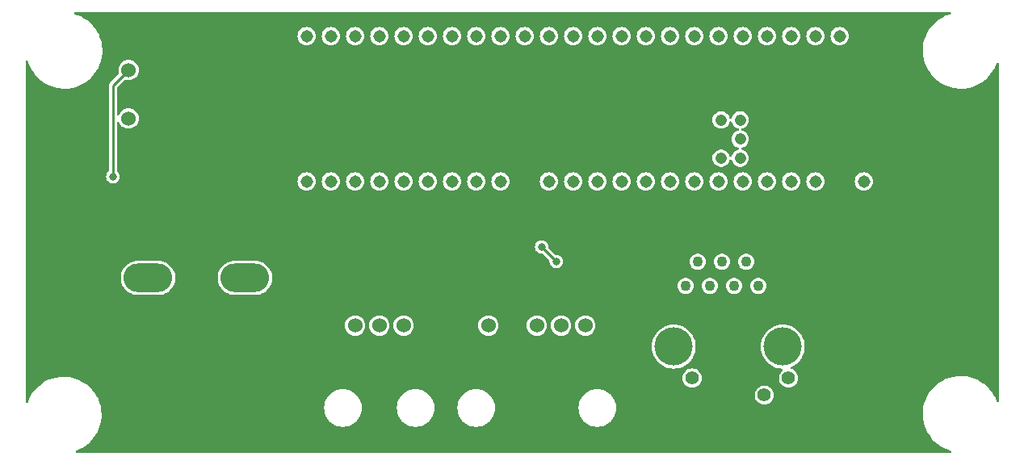
<source format=gbr>
G04 #@! TF.GenerationSoftware,KiCad,Pcbnew,7.0.5*
G04 #@! TF.CreationDate,2023-11-15T14:25:37-06:00*
G04 #@! TF.ProjectId,RotatingSignalStack_board,526f7461-7469-46e6-9753-69676e616c53,rev?*
G04 #@! TF.SameCoordinates,Original*
G04 #@! TF.FileFunction,Copper,L2,Bot*
G04 #@! TF.FilePolarity,Positive*
%FSLAX46Y46*%
G04 Gerber Fmt 4.6, Leading zero omitted, Abs format (unit mm)*
G04 Created by KiCad (PCBNEW 7.0.5) date 2023-11-15 14:25:37*
%MOMM*%
%LPD*%
G01*
G04 APERTURE LIST*
G04 #@! TA.AperFunction,ComponentPad*
%ADD10C,1.100000*%
G04 #@! TD*
G04 #@! TA.AperFunction,ComponentPad*
%ADD11C,1.400000*%
G04 #@! TD*
G04 #@! TA.AperFunction,ComponentPad*
%ADD12C,4.000000*%
G04 #@! TD*
G04 #@! TA.AperFunction,ComponentPad*
%ADD13C,2.000000*%
G04 #@! TD*
G04 #@! TA.AperFunction,ComponentPad*
%ADD14O,5.100000X3.000000*%
G04 #@! TD*
G04 #@! TA.AperFunction,ComponentPad*
%ADD15C,1.308000*%
G04 #@! TD*
G04 #@! TA.AperFunction,ComponentPad*
%ADD16C,1.208000*%
G04 #@! TD*
G04 #@! TA.AperFunction,ComponentPad*
%ADD17C,1.524000*%
G04 #@! TD*
G04 #@! TA.AperFunction,ViaPad*
%ADD18C,0.800000*%
G04 #@! TD*
G04 #@! TA.AperFunction,Conductor*
%ADD19C,0.254000*%
G04 #@! TD*
G04 APERTURE END LIST*
D10*
G04 #@! TO.P,J1,1*
G04 #@! TO.N,/Tx+*
X166243000Y-95809500D03*
G04 #@! TO.P,J1,2*
G04 #@! TO.N,Net-(C6-Pad1)*
X167513000Y-93269500D03*
G04 #@! TO.P,J1,3*
G04 #@! TO.N,/Tx-*
X168783000Y-95809500D03*
G04 #@! TO.P,J1,4*
G04 #@! TO.N,/Rx+*
X170053000Y-93269500D03*
G04 #@! TO.P,J1,5*
G04 #@! TO.N,Net-(C6-Pad1)*
X171323000Y-95809500D03*
G04 #@! TO.P,J1,6*
G04 #@! TO.N,/Rx-*
X172593000Y-93269500D03*
G04 #@! TO.P,J1,7*
G04 #@! TO.N,unconnected-(J1-Pad7)*
X173863000Y-95809500D03*
G04 #@! TO.P,J1,8*
G04 #@! TO.N,GND*
X175133000Y-93269500D03*
D11*
G04 #@! TO.P,J1,9*
X164363000Y-107239500D03*
G04 #@! TO.P,J1,10*
G04 #@! TO.N,/LED*
X166903000Y-105449500D03*
G04 #@! TO.P,J1,11*
G04 #@! TO.N,unconnected-(J1-Pad11)*
X174473000Y-107239500D03*
G04 #@! TO.P,J1,12*
G04 #@! TO.N,unconnected-(J1-Pad12)*
X177013000Y-105449500D03*
D12*
G04 #@! TO.P,J1,13*
G04 #@! TO.N,N/C*
X164973000Y-102159500D03*
G04 #@! TO.P,J1,14*
X176403000Y-102159500D03*
D13*
G04 #@! TO.P,J1,SH*
G04 #@! TO.N,GND*
X162813000Y-99109500D03*
X178563000Y-99109500D03*
G04 #@! TD*
D14*
G04 #@! TO.P,Conn2,1,GND*
G04 #@! TO.N,GND*
X120027700Y-87072500D03*
G04 #@! TO.P,Conn2,4,PV+*
G04 #@! TO.N,+12V*
X120027700Y-94946500D03*
G04 #@! TD*
D15*
G04 #@! TO.P,U2,0,RX1*
G04 #@! TO.N,JOG A*
X182372000Y-69596000D03*
G04 #@! TO.P,U2,1,TX1*
G04 #@! TO.N,JOG B*
X179832000Y-69596000D03*
G04 #@! TO.P,U2,2,OUT2*
G04 #@! TO.N,unconnected-(U2-OUT2-Pad2)*
X177292000Y-69596000D03*
G04 #@! TO.P,U2,3,LRCLK2*
G04 #@! TO.N,unconnected-(U2-LRCLK2-Pad3)*
X174752000Y-69596000D03*
G04 #@! TO.P,U2,3.3V_1,3.3V*
G04 #@! TO.N,+3.3V*
X149352000Y-69596000D03*
G04 #@! TO.P,U2,3.3V_2,3.3V*
X179832000Y-84836000D03*
G04 #@! TO.P,U2,4,BCLK2*
G04 #@! TO.N,unconnected-(U2-BCLK2-Pad4)*
X172212000Y-69596000D03*
G04 #@! TO.P,U2,5,IN2*
G04 #@! TO.N,unconnected-(U2-IN2-Pad5)*
X169672000Y-69596000D03*
G04 #@! TO.P,U2,6,OUT1D*
G04 #@! TO.N,unconnected-(U2-OUT1D-Pad6)*
X167132000Y-69596000D03*
G04 #@! TO.P,U2,7,RX2*
G04 #@! TO.N,unconnected-(U2-RX2-Pad7)*
X164592000Y-69596000D03*
G04 #@! TO.P,U2,8,TX2*
G04 #@! TO.N,unconnected-(U2-TX2-Pad8)*
X162052000Y-69596000D03*
G04 #@! TO.P,U2,9,OUT1C*
G04 #@! TO.N,unconnected-(U2-OUT1C-Pad9)*
X159512000Y-69596000D03*
G04 #@! TO.P,U2,10,CS1*
G04 #@! TO.N,unconnected-(U2-CS1-Pad10)*
X156972000Y-69596000D03*
G04 #@! TO.P,U2,11,MOSI*
G04 #@! TO.N,unconnected-(U2-MOSI-Pad11)*
X154432000Y-69596000D03*
G04 #@! TO.P,U2,12,MISO*
G04 #@! TO.N,unconnected-(U2-MISO-Pad12)*
X151892000Y-69596000D03*
G04 #@! TO.P,U2,13,SCK*
G04 #@! TO.N,unconnected-(U2-SCK-Pad13)*
X151892000Y-84836000D03*
G04 #@! TO.P,U2,14,A0*
G04 #@! TO.N,unconnected-(U2-A0-Pad14)*
X154432000Y-84836000D03*
G04 #@! TO.P,U2,15,A1*
G04 #@! TO.N,unconnected-(U2-A1-Pad15)*
X156972000Y-84836000D03*
G04 #@! TO.P,U2,16,A2*
G04 #@! TO.N,I2C SCL*
X159512000Y-84836000D03*
G04 #@! TO.P,U2,17,A3*
G04 #@! TO.N,I2C SDA*
X162052000Y-84836000D03*
G04 #@! TO.P,U2,18,A4*
G04 #@! TO.N,MAG ENABLE*
X164592000Y-84836000D03*
G04 #@! TO.P,U2,19,A5*
G04 #@! TO.N,unconnected-(U2-A5-Pad19)*
X167132000Y-84836000D03*
G04 #@! TO.P,U2,20,A6*
G04 #@! TO.N,unconnected-(U2-A6-Pad20)*
X169672000Y-84836000D03*
G04 #@! TO.P,U2,21,A7*
G04 #@! TO.N,unconnected-(U2-A7-Pad21)*
X172212000Y-84836000D03*
G04 #@! TO.P,U2,22,A8*
G04 #@! TO.N,unconnected-(U2-A8-Pad22)*
X174752000Y-84836000D03*
G04 #@! TO.P,U2,23,A9*
G04 #@! TO.N,unconnected-(U2-A9-Pad23)*
X177292000Y-84836000D03*
G04 #@! TO.P,U2,24,A10*
G04 #@! TO.N,unconnected-(U2-A10-Pad24)*
X146812000Y-69596000D03*
G04 #@! TO.P,U2,25,A11*
G04 #@! TO.N,unconnected-(U2-A11-Pad25)*
X144272000Y-69596000D03*
G04 #@! TO.P,U2,26,A12*
G04 #@! TO.N,unconnected-(U2-A12-Pad26)*
X141732000Y-69596000D03*
G04 #@! TO.P,U2,27,A13*
G04 #@! TO.N,unconnected-(U2-A13-Pad27)*
X139192000Y-69596000D03*
G04 #@! TO.P,U2,28,RX7*
G04 #@! TO.N,unconnected-(U2-RX7-Pad28)*
X136652000Y-69596000D03*
G04 #@! TO.P,U2,29,TX7*
G04 #@! TO.N,unconnected-(U2-TX7-Pad29)*
X134112000Y-69596000D03*
G04 #@! TO.P,U2,30,CRX3*
G04 #@! TO.N,unconnected-(U2-CRX3-Pad30)*
X131572000Y-69596000D03*
G04 #@! TO.P,U2,31,CTX3*
G04 #@! TO.N,unconnected-(U2-CTX3-Pad31)*
X129032000Y-69596000D03*
G04 #@! TO.P,U2,32,OUT1B*
G04 #@! TO.N,unconnected-(U2-OUT1B-Pad32)*
X126492000Y-69596000D03*
G04 #@! TO.P,U2,33,MCLK2*
G04 #@! TO.N,unconnected-(U2-MCLK2-Pad33)*
X126492000Y-84836000D03*
G04 #@! TO.P,U2,34,RX8*
G04 #@! TO.N,unconnected-(U2-RX8-Pad34)*
X129032000Y-84836000D03*
G04 #@! TO.P,U2,35,TX8*
G04 #@! TO.N,unconnected-(U2-TX8-Pad35)*
X131572000Y-84836000D03*
G04 #@! TO.P,U2,36,CS2*
G04 #@! TO.N,HB_RVS*
X134112000Y-84836000D03*
G04 #@! TO.P,U2,37,CS3*
G04 #@! TO.N,HB_FWD*
X136652000Y-84836000D03*
G04 #@! TO.P,U2,38,A14*
G04 #@! TO.N,unconnected-(U2-A14-Pad38)*
X139192000Y-84836000D03*
G04 #@! TO.P,U2,39,A15*
G04 #@! TO.N,unconnected-(U2-A15-Pad39)*
X141732000Y-84836000D03*
G04 #@! TO.P,U2,40,A16*
G04 #@! TO.N,COMP PWR*
X144272000Y-84836000D03*
G04 #@! TO.P,U2,41,A17*
G04 #@! TO.N,unconnected-(U2-A17-Pad41)*
X146812000Y-84836000D03*
G04 #@! TO.P,U2,GND1,GND*
G04 #@! TO.N,GND*
X184912000Y-69596000D03*
G04 #@! TO.P,U2,GND2,GND*
X149352000Y-84836000D03*
G04 #@! TO.P,U2,GND3,GND*
X182372000Y-84836000D03*
D16*
G04 #@! TO.P,U2,GND5,GND*
X169942000Y-80386000D03*
G04 #@! TO.P,U2,LED,LED*
G04 #@! TO.N,/LED*
X171942000Y-80386000D03*
G04 #@! TO.P,U2,R+,R+*
G04 #@! TO.N,/Rx+*
X171942000Y-82386000D03*
G04 #@! TO.P,U2,R-,R-*
G04 #@! TO.N,/Rx-*
X169942000Y-82386000D03*
G04 #@! TO.P,U2,T+,T+*
G04 #@! TO.N,/Tx+*
X169942000Y-78386000D03*
G04 #@! TO.P,U2,T-,T-*
G04 #@! TO.N,/Tx-*
X171942000Y-78386000D03*
D15*
G04 #@! TO.P,U2,VIN,VIN*
G04 #@! TO.N,unconnected-(U2-PadVIN)*
X184912000Y-84836000D03*
G04 #@! TD*
D17*
G04 #@! TO.P,Conn4,1*
G04 #@! TO.N,HB_FWD*
X136652000Y-99949000D03*
G04 #@! TO.P,Conn4,2*
G04 #@! TO.N,HB_RVS*
X134112000Y-99949000D03*
G04 #@! TO.P,Conn4,3*
G04 #@! TO.N,+3.3V*
X131572000Y-99949000D03*
G04 #@! TD*
G04 #@! TO.P,Conn3,1*
G04 #@! TO.N,MAG ENABLE*
X155702000Y-99949000D03*
G04 #@! TO.P,Conn3,2*
G04 #@! TO.N,I2C SDA*
X153162000Y-99949000D03*
G04 #@! TO.P,Conn3,3*
G04 #@! TO.N,I2C SCL*
X150622000Y-99949000D03*
G04 #@! TO.P,Conn3,4*
G04 #@! TO.N,GND*
X148082000Y-99949000D03*
G04 #@! TO.P,Conn3,5*
G04 #@! TO.N,COMP PWR*
X145542000Y-99949000D03*
G04 #@! TD*
D14*
G04 #@! TO.P,Conn1,1,GND*
G04 #@! TO.N,GND*
X109867700Y-87072500D03*
G04 #@! TO.P,Conn1,4,PV+*
G04 #@! TO.N,+12V*
X109867700Y-94946500D03*
G04 #@! TD*
D17*
G04 #@! TO.P,U1,1,Vi*
G04 #@! TO.N,+12V*
X107823000Y-78232000D03*
G04 #@! TO.P,U1,2,GND*
G04 #@! TO.N,GND*
X107823000Y-75692000D03*
G04 #@! TO.P,U1,3,Vo*
G04 #@! TO.N,+3.3V*
X107823000Y-73152000D03*
G04 #@! TD*
D18*
G04 #@! TO.N,GND*
X100838000Y-93726000D03*
X100838000Y-91440000D03*
X191516000Y-103124000D03*
X100838000Y-98044000D03*
X189992000Y-89662000D03*
X100838000Y-86868000D03*
X171196000Y-90170000D03*
X113030000Y-69342000D03*
G04 #@! TO.N,+3.3V*
X106172000Y-84328000D03*
G04 #@! TO.N,I2C SDA*
X151130000Y-91694000D03*
X152654000Y-93218000D03*
G04 #@! TD*
D19*
G04 #@! TO.N,+3.3V*
X106172000Y-74803000D02*
X107823000Y-73152000D01*
X106172000Y-84328000D02*
X106172000Y-74803000D01*
G04 #@! TO.N,I2C SDA*
X152654000Y-93218000D02*
X151130000Y-91694000D01*
G04 #@! TD*
G04 #@! TA.AperFunction,Conductor*
G04 #@! TO.N,GND*
G36*
X194004238Y-67076185D02*
G01*
X194049993Y-67128989D01*
X194059937Y-67198147D01*
X194030912Y-67261703D01*
X193972134Y-67299477D01*
X193967797Y-67300666D01*
X193899272Y-67318114D01*
X193526549Y-67453774D01*
X193169191Y-67625869D01*
X192830753Y-67832684D01*
X192830742Y-67832692D01*
X192514575Y-68072180D01*
X192514572Y-68072182D01*
X192223813Y-68341968D01*
X191961365Y-68639359D01*
X191729839Y-68961393D01*
X191729826Y-68961413D01*
X191531516Y-69304896D01*
X191368382Y-69666437D01*
X191242059Y-70042419D01*
X191153799Y-70429111D01*
X191104478Y-70822681D01*
X191094590Y-71219173D01*
X191094590Y-71219187D01*
X191124230Y-71614711D01*
X191124231Y-71614724D01*
X191193108Y-72005339D01*
X191300530Y-72387137D01*
X191300534Y-72387151D01*
X191445435Y-72756353D01*
X191445440Y-72756365D01*
X191541488Y-72943714D01*
X191626391Y-73109323D01*
X191841586Y-73442509D01*
X191967691Y-73600640D01*
X192088895Y-73752625D01*
X192365823Y-74036544D01*
X192365833Y-74036554D01*
X192669676Y-74291508D01*
X192997394Y-74514942D01*
X193345730Y-74704636D01*
X193711223Y-74858704D01*
X193711232Y-74858706D01*
X193711238Y-74858709D01*
X194090235Y-74975614D01*
X194090248Y-74975617D01*
X194366378Y-75031438D01*
X194479014Y-75054208D01*
X194817300Y-75088058D01*
X194873680Y-75093700D01*
X194873681Y-75093700D01*
X195171084Y-75093700D01*
X195171101Y-75093700D01*
X195468145Y-75078875D01*
X195860353Y-75019759D01*
X196244726Y-74921886D01*
X196617445Y-74786228D01*
X196974803Y-74614133D01*
X197313251Y-74407312D01*
X197629424Y-74167820D01*
X197920181Y-73898037D01*
X198182631Y-73600645D01*
X198414166Y-73278600D01*
X198612485Y-72935101D01*
X198775617Y-72573563D01*
X198814275Y-72458502D01*
X198854286Y-72401224D01*
X198918912Y-72374668D01*
X198987636Y-72387269D01*
X199038639Y-72435024D01*
X199055818Y-72497995D01*
X199055818Y-107838559D01*
X199036133Y-107905598D01*
X198983329Y-107951353D01*
X198914171Y-107961297D01*
X198850615Y-107932272D01*
X198816390Y-107883861D01*
X198698564Y-107583646D01*
X198698559Y-107583634D01*
X198559863Y-107313097D01*
X198517609Y-107230677D01*
X198302414Y-106897491D01*
X198055114Y-106587386D01*
X198055111Y-106587383D01*
X198055104Y-106587374D01*
X197778176Y-106303455D01*
X197778173Y-106303452D01*
X197778172Y-106303451D01*
X197778167Y-106303446D01*
X197474324Y-106048492D01*
X197401613Y-105998918D01*
X197146605Y-105825057D01*
X197030494Y-105761826D01*
X196798270Y-105635364D01*
X196798262Y-105635360D01*
X196798259Y-105635359D01*
X196432777Y-105481296D01*
X196432761Y-105481290D01*
X196053764Y-105364385D01*
X196053751Y-105364382D01*
X195665000Y-105285794D01*
X195664979Y-105285791D01*
X195270320Y-105246300D01*
X195270319Y-105246300D01*
X194972899Y-105246300D01*
X194972884Y-105246300D01*
X194675855Y-105261124D01*
X194283647Y-105320241D01*
X193899272Y-105418114D01*
X193526549Y-105553774D01*
X193169191Y-105725869D01*
X192830753Y-105932684D01*
X192830742Y-105932692D01*
X192514575Y-106172180D01*
X192514572Y-106172182D01*
X192223813Y-106441968D01*
X191961365Y-106739359D01*
X191729839Y-107061393D01*
X191729826Y-107061413D01*
X191531516Y-107404896D01*
X191368382Y-107766437D01*
X191242059Y-108142419D01*
X191153799Y-108529111D01*
X191104478Y-108922681D01*
X191094590Y-109319173D01*
X191094590Y-109319187D01*
X191124230Y-109714711D01*
X191124231Y-109714724D01*
X191193108Y-110105339D01*
X191300530Y-110487137D01*
X191300534Y-110487151D01*
X191445435Y-110856353D01*
X191445440Y-110856365D01*
X191579327Y-111117521D01*
X191626391Y-111209323D01*
X191841586Y-111542509D01*
X192088886Y-111852614D01*
X192088895Y-111852625D01*
X192327362Y-112097112D01*
X192365833Y-112136554D01*
X192669676Y-112391508D01*
X192997394Y-112614942D01*
X193345730Y-112804636D01*
X193711223Y-112958704D01*
X193711232Y-112958706D01*
X193711238Y-112958709D01*
X193978048Y-113041009D01*
X194036307Y-113079579D01*
X194064464Y-113143524D01*
X194053581Y-113212541D01*
X194007113Y-113264717D01*
X193941498Y-113283500D01*
X102393214Y-113283500D01*
X102326175Y-113263815D01*
X102280420Y-113211011D01*
X102270476Y-113141853D01*
X102299501Y-113078297D01*
X102350804Y-113042978D01*
X102356214Y-113041009D01*
X102555025Y-112968648D01*
X102912383Y-112796553D01*
X102948241Y-112774641D01*
X103250826Y-112589735D01*
X103250825Y-112589735D01*
X103250831Y-112589732D01*
X103567004Y-112350240D01*
X103857761Y-112080457D01*
X104120211Y-111783065D01*
X104351746Y-111461020D01*
X104550065Y-111117521D01*
X104713197Y-110755983D01*
X104839521Y-110379998D01*
X104927781Y-109993305D01*
X104977101Y-109599745D01*
X104983698Y-109335215D01*
X104986989Y-109203246D01*
X104986989Y-109203230D01*
X104965965Y-108922675D01*
X104957349Y-108807700D01*
X104918081Y-108585001D01*
X128321454Y-108585001D01*
X128341613Y-108866866D01*
X128396856Y-109120810D01*
X128401680Y-109142984D01*
X128462993Y-109307372D01*
X128500432Y-109407750D01*
X128500434Y-109407754D01*
X128635855Y-109655758D01*
X128635860Y-109655766D01*
X128805196Y-109881974D01*
X128805212Y-109881992D01*
X129005007Y-110081787D01*
X129005025Y-110081803D01*
X129231233Y-110251139D01*
X129231241Y-110251144D01*
X129479245Y-110386565D01*
X129479249Y-110386567D01*
X129479251Y-110386568D01*
X129744016Y-110485320D01*
X129871466Y-110513045D01*
X130020133Y-110545386D01*
X130020135Y-110545386D01*
X130020139Y-110545387D01*
X130231447Y-110560500D01*
X130372553Y-110560500D01*
X130583861Y-110545387D01*
X130859984Y-110485320D01*
X131124749Y-110386568D01*
X131372764Y-110251141D01*
X131598982Y-110081797D01*
X131798797Y-109881982D01*
X131968141Y-109655764D01*
X132103568Y-109407749D01*
X132202320Y-109142984D01*
X132262387Y-108866861D01*
X132282546Y-108585001D01*
X135941454Y-108585001D01*
X135961613Y-108866866D01*
X136016856Y-109120810D01*
X136021680Y-109142984D01*
X136082993Y-109307372D01*
X136120432Y-109407750D01*
X136120434Y-109407754D01*
X136255855Y-109655758D01*
X136255860Y-109655766D01*
X136425196Y-109881974D01*
X136425212Y-109881992D01*
X136625007Y-110081787D01*
X136625025Y-110081803D01*
X136851233Y-110251139D01*
X136851241Y-110251144D01*
X137099245Y-110386565D01*
X137099249Y-110386567D01*
X137099251Y-110386568D01*
X137364016Y-110485320D01*
X137491466Y-110513045D01*
X137640133Y-110545386D01*
X137640135Y-110545386D01*
X137640139Y-110545387D01*
X137851447Y-110560500D01*
X137992553Y-110560500D01*
X138203861Y-110545387D01*
X138479984Y-110485320D01*
X138744749Y-110386568D01*
X138992764Y-110251141D01*
X139218982Y-110081797D01*
X139418797Y-109881982D01*
X139588141Y-109655764D01*
X139723568Y-109407749D01*
X139822320Y-109142984D01*
X139882387Y-108866861D01*
X139902546Y-108585001D01*
X142291454Y-108585001D01*
X142311613Y-108866866D01*
X142366856Y-109120810D01*
X142371680Y-109142984D01*
X142432993Y-109307372D01*
X142470432Y-109407750D01*
X142470434Y-109407754D01*
X142605855Y-109655758D01*
X142605860Y-109655766D01*
X142775196Y-109881974D01*
X142775212Y-109881992D01*
X142975007Y-110081787D01*
X142975025Y-110081803D01*
X143201233Y-110251139D01*
X143201241Y-110251144D01*
X143449245Y-110386565D01*
X143449249Y-110386567D01*
X143449251Y-110386568D01*
X143714016Y-110485320D01*
X143841466Y-110513045D01*
X143990133Y-110545386D01*
X143990135Y-110545386D01*
X143990139Y-110545387D01*
X144201447Y-110560500D01*
X144342553Y-110560500D01*
X144553861Y-110545387D01*
X144829984Y-110485320D01*
X145094749Y-110386568D01*
X145342764Y-110251141D01*
X145568982Y-110081797D01*
X145768797Y-109881982D01*
X145938141Y-109655764D01*
X146073568Y-109407749D01*
X146172320Y-109142984D01*
X146232387Y-108866861D01*
X146252546Y-108585001D01*
X154991454Y-108585001D01*
X155011613Y-108866866D01*
X155066856Y-109120810D01*
X155071680Y-109142984D01*
X155132993Y-109307372D01*
X155170432Y-109407750D01*
X155170434Y-109407754D01*
X155305855Y-109655758D01*
X155305860Y-109655766D01*
X155475196Y-109881974D01*
X155475212Y-109881992D01*
X155675007Y-110081787D01*
X155675025Y-110081803D01*
X155901233Y-110251139D01*
X155901241Y-110251144D01*
X156149245Y-110386565D01*
X156149249Y-110386567D01*
X156149251Y-110386568D01*
X156414016Y-110485320D01*
X156541466Y-110513045D01*
X156690133Y-110545386D01*
X156690135Y-110545386D01*
X156690139Y-110545387D01*
X156901447Y-110560500D01*
X157042553Y-110560500D01*
X157253861Y-110545387D01*
X157529984Y-110485320D01*
X157794749Y-110386568D01*
X158042764Y-110251141D01*
X158268982Y-110081797D01*
X158468797Y-109881982D01*
X158638141Y-109655764D01*
X158773568Y-109407749D01*
X158872320Y-109142984D01*
X158932387Y-108866861D01*
X158952546Y-108585000D01*
X158932387Y-108303139D01*
X158915354Y-108224842D01*
X158872321Y-108027022D01*
X158872320Y-108027016D01*
X158773568Y-107762251D01*
X158721040Y-107666054D01*
X158638144Y-107514241D01*
X158638139Y-107514233D01*
X158468803Y-107288025D01*
X158468787Y-107288007D01*
X158420280Y-107239500D01*
X173467659Y-107239500D01*
X173486975Y-107435629D01*
X173486976Y-107435632D01*
X173510819Y-107514233D01*
X173544188Y-107624233D01*
X173637086Y-107798032D01*
X173637090Y-107798039D01*
X173762116Y-107950383D01*
X173914460Y-108075409D01*
X173914467Y-108075413D01*
X174088266Y-108168311D01*
X174088269Y-108168311D01*
X174088273Y-108168314D01*
X174276868Y-108225524D01*
X174473000Y-108244841D01*
X174669132Y-108225524D01*
X174857727Y-108168314D01*
X174906168Y-108142422D01*
X175031532Y-108075413D01*
X175031538Y-108075410D01*
X175183883Y-107950383D01*
X175308910Y-107798038D01*
X175401814Y-107624227D01*
X175459024Y-107435632D01*
X175478341Y-107239500D01*
X175459024Y-107043368D01*
X175401814Y-106854773D01*
X175401811Y-106854769D01*
X175401811Y-106854766D01*
X175308913Y-106680967D01*
X175308909Y-106680960D01*
X175183883Y-106528616D01*
X175031539Y-106403590D01*
X175031532Y-106403586D01*
X174857733Y-106310688D01*
X174857727Y-106310686D01*
X174672844Y-106254602D01*
X174669129Y-106253475D01*
X174473000Y-106234159D01*
X174276870Y-106253475D01*
X174088266Y-106310688D01*
X173914467Y-106403586D01*
X173914460Y-106403590D01*
X173762116Y-106528616D01*
X173637090Y-106680960D01*
X173637086Y-106680967D01*
X173544188Y-106854766D01*
X173486975Y-107043370D01*
X173467659Y-107239500D01*
X158420280Y-107239500D01*
X158268992Y-107088212D01*
X158268974Y-107088196D01*
X158042766Y-106918860D01*
X158042758Y-106918855D01*
X157794754Y-106783434D01*
X157794750Y-106783432D01*
X157676574Y-106739355D01*
X157529984Y-106684680D01*
X157529980Y-106684679D01*
X157529977Y-106684678D01*
X157253866Y-106624613D01*
X157042555Y-106609500D01*
X157042553Y-106609500D01*
X156901447Y-106609500D01*
X156901444Y-106609500D01*
X156690133Y-106624613D01*
X156414022Y-106684678D01*
X156414017Y-106684679D01*
X156414016Y-106684680D01*
X156350003Y-106708555D01*
X156149249Y-106783432D01*
X156149245Y-106783434D01*
X155901241Y-106918855D01*
X155901233Y-106918860D01*
X155675025Y-107088196D01*
X155675007Y-107088212D01*
X155475212Y-107288007D01*
X155475196Y-107288025D01*
X155305860Y-107514233D01*
X155305855Y-107514241D01*
X155170434Y-107762245D01*
X155170432Y-107762249D01*
X155071678Y-108027022D01*
X155011613Y-108303133D01*
X154991454Y-108584998D01*
X154991454Y-108585001D01*
X146252546Y-108585001D01*
X146252546Y-108585000D01*
X146232387Y-108303139D01*
X146215354Y-108224842D01*
X146172321Y-108027022D01*
X146172320Y-108027016D01*
X146073568Y-107762251D01*
X146021040Y-107666054D01*
X145938144Y-107514241D01*
X145938139Y-107514233D01*
X145768803Y-107288025D01*
X145768787Y-107288007D01*
X145568992Y-107088212D01*
X145568974Y-107088196D01*
X145342766Y-106918860D01*
X145342758Y-106918855D01*
X145094754Y-106783434D01*
X145094750Y-106783432D01*
X144976574Y-106739355D01*
X144829984Y-106684680D01*
X144829980Y-106684679D01*
X144829977Y-106684678D01*
X144553866Y-106624613D01*
X144342555Y-106609500D01*
X144342553Y-106609500D01*
X144201447Y-106609500D01*
X144201444Y-106609500D01*
X143990133Y-106624613D01*
X143714022Y-106684678D01*
X143714017Y-106684679D01*
X143714016Y-106684680D01*
X143650003Y-106708555D01*
X143449249Y-106783432D01*
X143449245Y-106783434D01*
X143201241Y-106918855D01*
X143201233Y-106918860D01*
X142975025Y-107088196D01*
X142975007Y-107088212D01*
X142775212Y-107288007D01*
X142775196Y-107288025D01*
X142605860Y-107514233D01*
X142605855Y-107514241D01*
X142470434Y-107762245D01*
X142470432Y-107762249D01*
X142371678Y-108027022D01*
X142311613Y-108303133D01*
X142291454Y-108584998D01*
X142291454Y-108585001D01*
X139902546Y-108585001D01*
X139902546Y-108585000D01*
X139882387Y-108303139D01*
X139865354Y-108224842D01*
X139822321Y-108027022D01*
X139822320Y-108027016D01*
X139723568Y-107762251D01*
X139671040Y-107666054D01*
X139588144Y-107514241D01*
X139588139Y-107514233D01*
X139418803Y-107288025D01*
X139418787Y-107288007D01*
X139218992Y-107088212D01*
X139218974Y-107088196D01*
X138992766Y-106918860D01*
X138992758Y-106918855D01*
X138744754Y-106783434D01*
X138744750Y-106783432D01*
X138626574Y-106739355D01*
X138479984Y-106684680D01*
X138479980Y-106684679D01*
X138479977Y-106684678D01*
X138203866Y-106624613D01*
X137992555Y-106609500D01*
X137992553Y-106609500D01*
X137851447Y-106609500D01*
X137851444Y-106609500D01*
X137640133Y-106624613D01*
X137364022Y-106684678D01*
X137364017Y-106684679D01*
X137364016Y-106684680D01*
X137300003Y-106708555D01*
X137099249Y-106783432D01*
X137099245Y-106783434D01*
X136851241Y-106918855D01*
X136851233Y-106918860D01*
X136625025Y-107088196D01*
X136625007Y-107088212D01*
X136425212Y-107288007D01*
X136425196Y-107288025D01*
X136255860Y-107514233D01*
X136255855Y-107514241D01*
X136120434Y-107762245D01*
X136120432Y-107762249D01*
X136021678Y-108027022D01*
X135961613Y-108303133D01*
X135941454Y-108584998D01*
X135941454Y-108585001D01*
X132282546Y-108585001D01*
X132282546Y-108585000D01*
X132262387Y-108303139D01*
X132245354Y-108224842D01*
X132202321Y-108027022D01*
X132202320Y-108027016D01*
X132103568Y-107762251D01*
X132051040Y-107666054D01*
X131968144Y-107514241D01*
X131968139Y-107514233D01*
X131798803Y-107288025D01*
X131798787Y-107288007D01*
X131598992Y-107088212D01*
X131598974Y-107088196D01*
X131372766Y-106918860D01*
X131372758Y-106918855D01*
X131124754Y-106783434D01*
X131124750Y-106783432D01*
X131006574Y-106739355D01*
X130859984Y-106684680D01*
X130859980Y-106684679D01*
X130859977Y-106684678D01*
X130583866Y-106624613D01*
X130372555Y-106609500D01*
X130372553Y-106609500D01*
X130231447Y-106609500D01*
X130231444Y-106609500D01*
X130020133Y-106624613D01*
X129744022Y-106684678D01*
X129744017Y-106684679D01*
X129744016Y-106684680D01*
X129680003Y-106708555D01*
X129479249Y-106783432D01*
X129479245Y-106783434D01*
X129231241Y-106918855D01*
X129231233Y-106918860D01*
X129005025Y-107088196D01*
X129005007Y-107088212D01*
X128805212Y-107288007D01*
X128805196Y-107288025D01*
X128635860Y-107514233D01*
X128635855Y-107514241D01*
X128500434Y-107762245D01*
X128500432Y-107762249D01*
X128401678Y-108027022D01*
X128341613Y-108303133D01*
X128321454Y-108584998D01*
X128321454Y-108585001D01*
X104918081Y-108585001D01*
X104888473Y-108417088D01*
X104781047Y-108035274D01*
X104777808Y-108027022D01*
X104636144Y-107666066D01*
X104636138Y-107666052D01*
X104455193Y-107313105D01*
X104455189Y-107313097D01*
X104239994Y-106979911D01*
X103992694Y-106669806D01*
X103992691Y-106669803D01*
X103992684Y-106669794D01*
X103715756Y-106385875D01*
X103715753Y-106385872D01*
X103715752Y-106385871D01*
X103715747Y-106385866D01*
X103411904Y-106130912D01*
X103291010Y-106048488D01*
X103084185Y-105907477D01*
X102932836Y-105825057D01*
X102735850Y-105717784D01*
X102735842Y-105717780D01*
X102735839Y-105717779D01*
X102370357Y-105563716D01*
X102370341Y-105563710D01*
X102000081Y-105449500D01*
X165897659Y-105449500D01*
X165916975Y-105645629D01*
X165974188Y-105834233D01*
X166067086Y-106008032D01*
X166067090Y-106008039D01*
X166192116Y-106160383D01*
X166344460Y-106285409D01*
X166344467Y-106285413D01*
X166518266Y-106378311D01*
X166518269Y-106378311D01*
X166518273Y-106378314D01*
X166706868Y-106435524D01*
X166903000Y-106454841D01*
X167099132Y-106435524D01*
X167287727Y-106378314D01*
X167461538Y-106285410D01*
X167613883Y-106160383D01*
X167738910Y-106008038D01*
X167785361Y-105921132D01*
X167831811Y-105834233D01*
X167831811Y-105834232D01*
X167831814Y-105834227D01*
X167889024Y-105645632D01*
X167908341Y-105449500D01*
X167889024Y-105253368D01*
X167831814Y-105064773D01*
X167831811Y-105064769D01*
X167831811Y-105064766D01*
X167738913Y-104890967D01*
X167738909Y-104890960D01*
X167613883Y-104738616D01*
X167461539Y-104613590D01*
X167461532Y-104613586D01*
X167287733Y-104520688D01*
X167287727Y-104520686D01*
X167099132Y-104463476D01*
X167099129Y-104463475D01*
X166903000Y-104444159D01*
X166706870Y-104463475D01*
X166518266Y-104520688D01*
X166344467Y-104613586D01*
X166344460Y-104613590D01*
X166192116Y-104738616D01*
X166067090Y-104890960D01*
X166067086Y-104890967D01*
X165974188Y-105064766D01*
X165916975Y-105253370D01*
X165897659Y-105449500D01*
X102000081Y-105449500D01*
X101991344Y-105446805D01*
X101991331Y-105446802D01*
X101602580Y-105368214D01*
X101602559Y-105368211D01*
X101207900Y-105328720D01*
X101207899Y-105328720D01*
X100910479Y-105328720D01*
X100910464Y-105328720D01*
X100613435Y-105343544D01*
X100221227Y-105402661D01*
X99836852Y-105500534D01*
X99464129Y-105636194D01*
X99106771Y-105808289D01*
X98768333Y-106015104D01*
X98768322Y-106015112D01*
X98452155Y-106254600D01*
X98452152Y-106254602D01*
X98161393Y-106524388D01*
X97898945Y-106821779D01*
X97667419Y-107143813D01*
X97667406Y-107143833D01*
X97469096Y-107487316D01*
X97305962Y-107848857D01*
X97270043Y-107955767D01*
X97230032Y-108013047D01*
X97165406Y-108039602D01*
X97096681Y-108027001D01*
X97045679Y-107979246D01*
X97028500Y-107916275D01*
X97028500Y-102159499D01*
X162667564Y-102159499D01*
X162687287Y-102460418D01*
X162687288Y-102460430D01*
X162746118Y-102756183D01*
X162746122Y-102756198D01*
X162843053Y-103041747D01*
X162843062Y-103041768D01*
X162976431Y-103312213D01*
X162976435Y-103312220D01*
X163143973Y-103562959D01*
X163342810Y-103789689D01*
X163569540Y-103988526D01*
X163820279Y-104156064D01*
X163820286Y-104156068D01*
X164090731Y-104289437D01*
X164090736Y-104289439D01*
X164090748Y-104289445D01*
X164376309Y-104386380D01*
X164576251Y-104426151D01*
X164672069Y-104445211D01*
X164672070Y-104445211D01*
X164672080Y-104445213D01*
X164973000Y-104464936D01*
X165273920Y-104445213D01*
X165569691Y-104386380D01*
X165855252Y-104289445D01*
X166125718Y-104156066D01*
X166376461Y-103988525D01*
X166603189Y-103789689D01*
X166802025Y-103562961D01*
X166969566Y-103312218D01*
X167102945Y-103041752D01*
X167199880Y-102756191D01*
X167258713Y-102460420D01*
X167278436Y-102159500D01*
X167278436Y-102159499D01*
X174097564Y-102159499D01*
X174117287Y-102460418D01*
X174117288Y-102460430D01*
X174176118Y-102756183D01*
X174176122Y-102756198D01*
X174273053Y-103041747D01*
X174273062Y-103041768D01*
X174406431Y-103312213D01*
X174406435Y-103312220D01*
X174573973Y-103562959D01*
X174772810Y-103789689D01*
X174999540Y-103988526D01*
X175250279Y-104156064D01*
X175250286Y-104156068D01*
X175520731Y-104289437D01*
X175520736Y-104289439D01*
X175520748Y-104289445D01*
X175806309Y-104386380D01*
X176006251Y-104426151D01*
X176102069Y-104445211D01*
X176102070Y-104445211D01*
X176102080Y-104445213D01*
X176305281Y-104458531D01*
X176370886Y-104482557D01*
X176413090Y-104538240D01*
X176418489Y-104607901D01*
X176385370Y-104669423D01*
X176375834Y-104678118D01*
X176302114Y-104738619D01*
X176177090Y-104890960D01*
X176177086Y-104890967D01*
X176084188Y-105064766D01*
X176026975Y-105253370D01*
X176007659Y-105449500D01*
X176026975Y-105645629D01*
X176084188Y-105834233D01*
X176177086Y-106008032D01*
X176177090Y-106008039D01*
X176302116Y-106160383D01*
X176454460Y-106285409D01*
X176454467Y-106285413D01*
X176628266Y-106378311D01*
X176628269Y-106378311D01*
X176628273Y-106378314D01*
X176816868Y-106435524D01*
X177013000Y-106454841D01*
X177209132Y-106435524D01*
X177397727Y-106378314D01*
X177571538Y-106285410D01*
X177723883Y-106160383D01*
X177848910Y-106008038D01*
X177895362Y-105921132D01*
X177941811Y-105834233D01*
X177941811Y-105834232D01*
X177941814Y-105834227D01*
X177999024Y-105645632D01*
X178018341Y-105449500D01*
X177999024Y-105253368D01*
X177941814Y-105064773D01*
X177941811Y-105064769D01*
X177941811Y-105064766D01*
X177848913Y-104890967D01*
X177848909Y-104890960D01*
X177723883Y-104738616D01*
X177571539Y-104613590D01*
X177571532Y-104613586D01*
X177397729Y-104520686D01*
X177338039Y-104502579D01*
X177279601Y-104464281D01*
X177251145Y-104400468D01*
X177261707Y-104331401D01*
X177307932Y-104279009D01*
X177319182Y-104272712D01*
X177555718Y-104156066D01*
X177806461Y-103988525D01*
X178033189Y-103789689D01*
X178232025Y-103562961D01*
X178399566Y-103312218D01*
X178532945Y-103041752D01*
X178629880Y-102756191D01*
X178688713Y-102460420D01*
X178708436Y-102159500D01*
X178688713Y-101858580D01*
X178629880Y-101562809D01*
X178532945Y-101277248D01*
X178399566Y-101006782D01*
X178232025Y-100756039D01*
X178186332Y-100703936D01*
X178033189Y-100529310D01*
X177806459Y-100330473D01*
X177555720Y-100162935D01*
X177555713Y-100162931D01*
X177285268Y-100029562D01*
X177285247Y-100029553D01*
X176999698Y-99932622D01*
X176999692Y-99932620D01*
X176999691Y-99932620D01*
X176999689Y-99932619D01*
X176999683Y-99932618D01*
X176703930Y-99873788D01*
X176703921Y-99873787D01*
X176703920Y-99873787D01*
X176403000Y-99854064D01*
X176102080Y-99873787D01*
X176102079Y-99873787D01*
X176102069Y-99873788D01*
X175806316Y-99932618D01*
X175806301Y-99932622D01*
X175520752Y-100029553D01*
X175520731Y-100029562D01*
X175250286Y-100162931D01*
X175250279Y-100162935D01*
X174999540Y-100330473D01*
X174772810Y-100529310D01*
X174573973Y-100756040D01*
X174406435Y-101006779D01*
X174406431Y-101006786D01*
X174273062Y-101277231D01*
X174273053Y-101277252D01*
X174176122Y-101562801D01*
X174176118Y-101562816D01*
X174117288Y-101858569D01*
X174117287Y-101858581D01*
X174097564Y-102159499D01*
X167278436Y-102159499D01*
X167258713Y-101858580D01*
X167199880Y-101562809D01*
X167102945Y-101277248D01*
X166969566Y-101006782D01*
X166802025Y-100756039D01*
X166756332Y-100703936D01*
X166603189Y-100529310D01*
X166376459Y-100330473D01*
X166125720Y-100162935D01*
X166125713Y-100162931D01*
X165855268Y-100029562D01*
X165855247Y-100029553D01*
X165569698Y-99932622D01*
X165569692Y-99932620D01*
X165569691Y-99932620D01*
X165569689Y-99932619D01*
X165569683Y-99932618D01*
X165273930Y-99873788D01*
X165273921Y-99873787D01*
X165273920Y-99873787D01*
X164973000Y-99854064D01*
X164672080Y-99873787D01*
X164672079Y-99873787D01*
X164672069Y-99873788D01*
X164376316Y-99932618D01*
X164376301Y-99932622D01*
X164090752Y-100029553D01*
X164090731Y-100029562D01*
X163820286Y-100162931D01*
X163820279Y-100162935D01*
X163569540Y-100330473D01*
X163342810Y-100529310D01*
X163143973Y-100756040D01*
X162976435Y-101006779D01*
X162976431Y-101006786D01*
X162843062Y-101277231D01*
X162843053Y-101277252D01*
X162746122Y-101562801D01*
X162746118Y-101562816D01*
X162687288Y-101858569D01*
X162687287Y-101858581D01*
X162667564Y-102159499D01*
X97028500Y-102159499D01*
X97028500Y-99949000D01*
X130504359Y-99949000D01*
X130524872Y-100157284D01*
X130555250Y-100257427D01*
X130585628Y-100357569D01*
X130677426Y-100529311D01*
X130684291Y-100542153D01*
X130817063Y-100703936D01*
X130978846Y-100836708D01*
X130978850Y-100836711D01*
X131163431Y-100935372D01*
X131363714Y-100996127D01*
X131572000Y-101016641D01*
X131780286Y-100996127D01*
X131980569Y-100935372D01*
X132165150Y-100836711D01*
X132326936Y-100703936D01*
X132459711Y-100542150D01*
X132558372Y-100357569D01*
X132619127Y-100157286D01*
X132639641Y-99949000D01*
X133044359Y-99949000D01*
X133064872Y-100157284D01*
X133095250Y-100257427D01*
X133125628Y-100357569D01*
X133217426Y-100529311D01*
X133224291Y-100542153D01*
X133357063Y-100703936D01*
X133518846Y-100836708D01*
X133518850Y-100836711D01*
X133703431Y-100935372D01*
X133903714Y-100996127D01*
X134112000Y-101016641D01*
X134320286Y-100996127D01*
X134520569Y-100935372D01*
X134705150Y-100836711D01*
X134866936Y-100703936D01*
X134999711Y-100542150D01*
X135098372Y-100357569D01*
X135159127Y-100157286D01*
X135179641Y-99949000D01*
X135584359Y-99949000D01*
X135604872Y-100157284D01*
X135635250Y-100257427D01*
X135665628Y-100357569D01*
X135757426Y-100529311D01*
X135764291Y-100542153D01*
X135897063Y-100703936D01*
X136058846Y-100836708D01*
X136058850Y-100836711D01*
X136243431Y-100935372D01*
X136443714Y-100996127D01*
X136652000Y-101016641D01*
X136860286Y-100996127D01*
X137060569Y-100935372D01*
X137245150Y-100836711D01*
X137406936Y-100703936D01*
X137539711Y-100542150D01*
X137638372Y-100357569D01*
X137699127Y-100157286D01*
X137719641Y-99949000D01*
X144474359Y-99949000D01*
X144494872Y-100157284D01*
X144525250Y-100257427D01*
X144555628Y-100357569D01*
X144647426Y-100529311D01*
X144654291Y-100542153D01*
X144787063Y-100703936D01*
X144948846Y-100836708D01*
X144948850Y-100836711D01*
X145133431Y-100935372D01*
X145333714Y-100996127D01*
X145542000Y-101016641D01*
X145750286Y-100996127D01*
X145950569Y-100935372D01*
X146135150Y-100836711D01*
X146296936Y-100703936D01*
X146429711Y-100542150D01*
X146528372Y-100357569D01*
X146589127Y-100157286D01*
X146609641Y-99949000D01*
X146609641Y-99948999D01*
X149554359Y-99948999D01*
X149574872Y-100157284D01*
X149605250Y-100257427D01*
X149635628Y-100357569D01*
X149727426Y-100529311D01*
X149734291Y-100542153D01*
X149867063Y-100703936D01*
X150028846Y-100836708D01*
X150028850Y-100836711D01*
X150213431Y-100935372D01*
X150413714Y-100996127D01*
X150622000Y-101016641D01*
X150830286Y-100996127D01*
X151030569Y-100935372D01*
X151215150Y-100836711D01*
X151376936Y-100703936D01*
X151509711Y-100542150D01*
X151608372Y-100357569D01*
X151669127Y-100157286D01*
X151689641Y-99949000D01*
X152094359Y-99949000D01*
X152114872Y-100157284D01*
X152145250Y-100257427D01*
X152175628Y-100357569D01*
X152267426Y-100529311D01*
X152274291Y-100542153D01*
X152407063Y-100703936D01*
X152568846Y-100836708D01*
X152568850Y-100836711D01*
X152753431Y-100935372D01*
X152953714Y-100996127D01*
X153162000Y-101016641D01*
X153370286Y-100996127D01*
X153570569Y-100935372D01*
X153755150Y-100836711D01*
X153916936Y-100703936D01*
X154049711Y-100542150D01*
X154148372Y-100357569D01*
X154209127Y-100157286D01*
X154229641Y-99949000D01*
X154634359Y-99949000D01*
X154654872Y-100157284D01*
X154685250Y-100257427D01*
X154715628Y-100357569D01*
X154807426Y-100529311D01*
X154814291Y-100542153D01*
X154947063Y-100703936D01*
X155108846Y-100836708D01*
X155108850Y-100836711D01*
X155293431Y-100935372D01*
X155493714Y-100996127D01*
X155702000Y-101016641D01*
X155910286Y-100996127D01*
X156110569Y-100935372D01*
X156295150Y-100836711D01*
X156456936Y-100703936D01*
X156589711Y-100542150D01*
X156688372Y-100357569D01*
X156749127Y-100157286D01*
X156769641Y-99949000D01*
X156749127Y-99740714D01*
X156688372Y-99540431D01*
X156589711Y-99355850D01*
X156589708Y-99355846D01*
X156456936Y-99194063D01*
X156295153Y-99061291D01*
X156295151Y-99061290D01*
X156295150Y-99061289D01*
X156110569Y-98962628D01*
X156010427Y-98932250D01*
X155910284Y-98901872D01*
X155702000Y-98881359D01*
X155493715Y-98901872D01*
X155293428Y-98962629D01*
X155108846Y-99061291D01*
X154947063Y-99194063D01*
X154814291Y-99355846D01*
X154715629Y-99540428D01*
X154654872Y-99740715D01*
X154634359Y-99949000D01*
X154229641Y-99949000D01*
X154209127Y-99740714D01*
X154148372Y-99540431D01*
X154049711Y-99355850D01*
X154049708Y-99355846D01*
X153916936Y-99194063D01*
X153755153Y-99061291D01*
X153755151Y-99061290D01*
X153755150Y-99061289D01*
X153570569Y-98962628D01*
X153470427Y-98932250D01*
X153370284Y-98901872D01*
X153162000Y-98881359D01*
X152953715Y-98901872D01*
X152753428Y-98962629D01*
X152568846Y-99061291D01*
X152407063Y-99194063D01*
X152274291Y-99355846D01*
X152175629Y-99540428D01*
X152114872Y-99740715D01*
X152094359Y-99949000D01*
X151689641Y-99949000D01*
X151669127Y-99740714D01*
X151608372Y-99540431D01*
X151509711Y-99355850D01*
X151509708Y-99355846D01*
X151376936Y-99194063D01*
X151215153Y-99061291D01*
X151215151Y-99061290D01*
X151215150Y-99061289D01*
X151030569Y-98962628D01*
X150930427Y-98932250D01*
X150830284Y-98901872D01*
X150622000Y-98881359D01*
X150413715Y-98901872D01*
X150213428Y-98962629D01*
X150028846Y-99061291D01*
X149867063Y-99194063D01*
X149734291Y-99355846D01*
X149635629Y-99540428D01*
X149574872Y-99740715D01*
X149554359Y-99948999D01*
X146609641Y-99948999D01*
X146589127Y-99740714D01*
X146528372Y-99540431D01*
X146429711Y-99355850D01*
X146429708Y-99355846D01*
X146296936Y-99194063D01*
X146135153Y-99061291D01*
X146135151Y-99061290D01*
X146135150Y-99061289D01*
X145950569Y-98962628D01*
X145850427Y-98932250D01*
X145750284Y-98901872D01*
X145542000Y-98881359D01*
X145333715Y-98901872D01*
X145133428Y-98962629D01*
X144948846Y-99061291D01*
X144787063Y-99194063D01*
X144654291Y-99355846D01*
X144555629Y-99540428D01*
X144494872Y-99740715D01*
X144474359Y-99949000D01*
X137719641Y-99949000D01*
X137699127Y-99740714D01*
X137638372Y-99540431D01*
X137539711Y-99355850D01*
X137539708Y-99355846D01*
X137406936Y-99194063D01*
X137245153Y-99061291D01*
X137245151Y-99061290D01*
X137245150Y-99061289D01*
X137060569Y-98962628D01*
X136960427Y-98932250D01*
X136860284Y-98901872D01*
X136652000Y-98881359D01*
X136443715Y-98901872D01*
X136243428Y-98962629D01*
X136058846Y-99061291D01*
X135897063Y-99194063D01*
X135764291Y-99355846D01*
X135665629Y-99540428D01*
X135604872Y-99740715D01*
X135584359Y-99949000D01*
X135179641Y-99949000D01*
X135159127Y-99740714D01*
X135098372Y-99540431D01*
X134999711Y-99355850D01*
X134999708Y-99355846D01*
X134866936Y-99194063D01*
X134705153Y-99061291D01*
X134705151Y-99061290D01*
X134705150Y-99061289D01*
X134520569Y-98962628D01*
X134420427Y-98932250D01*
X134320284Y-98901872D01*
X134112000Y-98881359D01*
X133903715Y-98901872D01*
X133703428Y-98962629D01*
X133518846Y-99061291D01*
X133357063Y-99194063D01*
X133224291Y-99355846D01*
X133125629Y-99540428D01*
X133064872Y-99740715D01*
X133044359Y-99949000D01*
X132639641Y-99949000D01*
X132619127Y-99740714D01*
X132558372Y-99540431D01*
X132459711Y-99355850D01*
X132459708Y-99355846D01*
X132326936Y-99194063D01*
X132165153Y-99061291D01*
X132165151Y-99061290D01*
X132165150Y-99061289D01*
X131980569Y-98962628D01*
X131880427Y-98932250D01*
X131780284Y-98901872D01*
X131572000Y-98881359D01*
X131363715Y-98901872D01*
X131163428Y-98962629D01*
X130978846Y-99061291D01*
X130817063Y-99194063D01*
X130684291Y-99355846D01*
X130585629Y-99540428D01*
X130524872Y-99740715D01*
X130504359Y-99949000D01*
X97028500Y-99949000D01*
X97028500Y-95081436D01*
X107017200Y-95081436D01*
X107057418Y-95348267D01*
X107057420Y-95348273D01*
X107136962Y-95606141D01*
X107254046Y-95849269D01*
X107254048Y-95849271D01*
X107254049Y-95849274D01*
X107348157Y-95987305D01*
X107406065Y-96072241D01*
X107589610Y-96270057D01*
X107589614Y-96270060D01*
X107589615Y-96270061D01*
X107800598Y-96438315D01*
X108034302Y-96573243D01*
X108285505Y-96671834D01*
X108548597Y-96731883D01*
X108586457Y-96734720D01*
X108750302Y-96746999D01*
X108750321Y-96746999D01*
X108750324Y-96747000D01*
X108750326Y-96747000D01*
X110985074Y-96747000D01*
X110985076Y-96747000D01*
X110985078Y-96746999D01*
X110985097Y-96746999D01*
X111130012Y-96736138D01*
X111186803Y-96731883D01*
X111449895Y-96671834D01*
X111701098Y-96573243D01*
X111934802Y-96438315D01*
X112145785Y-96270061D01*
X112329335Y-96072241D01*
X112481351Y-95849275D01*
X112598438Y-95606141D01*
X112677980Y-95348272D01*
X112684226Y-95306836D01*
X112718199Y-95081436D01*
X117177200Y-95081436D01*
X117217418Y-95348267D01*
X117217420Y-95348273D01*
X117296962Y-95606141D01*
X117414046Y-95849269D01*
X117414048Y-95849271D01*
X117414049Y-95849274D01*
X117508157Y-95987305D01*
X117566065Y-96072241D01*
X117749610Y-96270057D01*
X117749614Y-96270060D01*
X117749615Y-96270061D01*
X117960598Y-96438315D01*
X118194302Y-96573243D01*
X118445505Y-96671834D01*
X118708597Y-96731883D01*
X118746457Y-96734720D01*
X118910302Y-96746999D01*
X118910321Y-96746999D01*
X118910324Y-96747000D01*
X118910326Y-96747000D01*
X121145074Y-96747000D01*
X121145076Y-96747000D01*
X121145078Y-96746999D01*
X121145097Y-96746999D01*
X121290012Y-96736138D01*
X121346803Y-96731883D01*
X121609895Y-96671834D01*
X121861098Y-96573243D01*
X122094802Y-96438315D01*
X122305785Y-96270061D01*
X122489335Y-96072241D01*
X122641351Y-95849275D01*
X122660506Y-95809500D01*
X165387815Y-95809500D01*
X165406503Y-95987305D01*
X165406504Y-95987307D01*
X165461747Y-96157329D01*
X165461750Y-96157335D01*
X165551141Y-96312165D01*
X165592812Y-96358446D01*
X165670764Y-96445021D01*
X165670767Y-96445023D01*
X165670770Y-96445026D01*
X165815407Y-96550112D01*
X165978733Y-96622829D01*
X166153609Y-96660000D01*
X166153610Y-96660000D01*
X166332389Y-96660000D01*
X166332391Y-96660000D01*
X166507267Y-96622829D01*
X166670593Y-96550112D01*
X166815230Y-96445026D01*
X166934859Y-96312165D01*
X167024250Y-96157335D01*
X167079497Y-95987303D01*
X167098185Y-95809500D01*
X167927815Y-95809500D01*
X167946503Y-95987305D01*
X167946504Y-95987307D01*
X168001747Y-96157329D01*
X168001750Y-96157335D01*
X168091141Y-96312165D01*
X168132812Y-96358446D01*
X168210764Y-96445021D01*
X168210767Y-96445023D01*
X168210770Y-96445026D01*
X168355407Y-96550112D01*
X168518733Y-96622829D01*
X168693609Y-96660000D01*
X168693610Y-96660000D01*
X168872389Y-96660000D01*
X168872391Y-96660000D01*
X169047267Y-96622829D01*
X169210593Y-96550112D01*
X169355230Y-96445026D01*
X169474859Y-96312165D01*
X169564250Y-96157335D01*
X169619497Y-95987303D01*
X169638185Y-95809500D01*
X170467815Y-95809500D01*
X170486503Y-95987305D01*
X170486504Y-95987307D01*
X170541747Y-96157329D01*
X170541750Y-96157335D01*
X170631141Y-96312165D01*
X170672812Y-96358446D01*
X170750764Y-96445021D01*
X170750767Y-96445023D01*
X170750770Y-96445026D01*
X170895407Y-96550112D01*
X171058733Y-96622829D01*
X171233609Y-96660000D01*
X171233610Y-96660000D01*
X171412389Y-96660000D01*
X171412391Y-96660000D01*
X171587267Y-96622829D01*
X171750593Y-96550112D01*
X171895230Y-96445026D01*
X172014859Y-96312165D01*
X172104250Y-96157335D01*
X172159497Y-95987303D01*
X172178185Y-95809500D01*
X173007815Y-95809500D01*
X173026503Y-95987305D01*
X173026504Y-95987307D01*
X173081747Y-96157329D01*
X173081750Y-96157335D01*
X173171141Y-96312165D01*
X173212812Y-96358446D01*
X173290764Y-96445021D01*
X173290767Y-96445023D01*
X173290770Y-96445026D01*
X173435407Y-96550112D01*
X173598733Y-96622829D01*
X173773609Y-96660000D01*
X173773610Y-96660000D01*
X173952389Y-96660000D01*
X173952391Y-96660000D01*
X174127267Y-96622829D01*
X174290593Y-96550112D01*
X174435230Y-96445026D01*
X174554859Y-96312165D01*
X174644250Y-96157335D01*
X174699497Y-95987303D01*
X174718185Y-95809500D01*
X174699497Y-95631697D01*
X174644250Y-95461665D01*
X174554859Y-95306835D01*
X174508003Y-95254796D01*
X174435235Y-95173978D01*
X174435232Y-95173976D01*
X174435231Y-95173975D01*
X174435230Y-95173974D01*
X174290593Y-95068888D01*
X174127267Y-94996171D01*
X174127265Y-94996170D01*
X173999594Y-94969033D01*
X173952391Y-94959000D01*
X173773609Y-94959000D01*
X173742954Y-94965515D01*
X173598733Y-94996170D01*
X173598728Y-94996172D01*
X173435408Y-95068887D01*
X173290768Y-95173975D01*
X173171140Y-95306836D01*
X173081750Y-95461664D01*
X173081747Y-95461670D01*
X173026504Y-95631692D01*
X173026503Y-95631694D01*
X173007815Y-95809500D01*
X172178185Y-95809500D01*
X172159497Y-95631697D01*
X172104250Y-95461665D01*
X172014859Y-95306835D01*
X171968003Y-95254796D01*
X171895235Y-95173978D01*
X171895232Y-95173976D01*
X171895231Y-95173975D01*
X171895230Y-95173974D01*
X171750593Y-95068888D01*
X171587267Y-94996171D01*
X171587265Y-94996170D01*
X171459594Y-94969033D01*
X171412391Y-94959000D01*
X171233609Y-94959000D01*
X171202954Y-94965515D01*
X171058733Y-94996170D01*
X171058728Y-94996172D01*
X170895408Y-95068887D01*
X170750768Y-95173975D01*
X170631140Y-95306836D01*
X170541750Y-95461664D01*
X170541747Y-95461670D01*
X170486504Y-95631692D01*
X170486503Y-95631694D01*
X170467815Y-95809500D01*
X169638185Y-95809500D01*
X169619497Y-95631697D01*
X169564250Y-95461665D01*
X169474859Y-95306835D01*
X169428003Y-95254796D01*
X169355235Y-95173978D01*
X169355232Y-95173976D01*
X169355231Y-95173975D01*
X169355230Y-95173974D01*
X169210593Y-95068888D01*
X169047267Y-94996171D01*
X169047265Y-94996170D01*
X168919594Y-94969033D01*
X168872391Y-94959000D01*
X168693609Y-94959000D01*
X168662954Y-94965515D01*
X168518733Y-94996170D01*
X168518728Y-94996172D01*
X168355408Y-95068887D01*
X168210768Y-95173975D01*
X168091140Y-95306836D01*
X168001750Y-95461664D01*
X168001747Y-95461670D01*
X167946504Y-95631692D01*
X167946503Y-95631694D01*
X167927815Y-95809500D01*
X167098185Y-95809500D01*
X167079497Y-95631697D01*
X167024250Y-95461665D01*
X166934859Y-95306835D01*
X166888003Y-95254796D01*
X166815235Y-95173978D01*
X166815232Y-95173976D01*
X166815231Y-95173975D01*
X166815230Y-95173974D01*
X166670593Y-95068888D01*
X166507267Y-94996171D01*
X166507265Y-94996170D01*
X166379594Y-94969033D01*
X166332391Y-94959000D01*
X166153609Y-94959000D01*
X166122954Y-94965515D01*
X165978733Y-94996170D01*
X165978728Y-94996172D01*
X165815408Y-95068887D01*
X165670768Y-95173975D01*
X165551140Y-95306836D01*
X165461750Y-95461664D01*
X165461747Y-95461670D01*
X165406504Y-95631692D01*
X165406503Y-95631694D01*
X165387815Y-95809500D01*
X122660506Y-95809500D01*
X122758438Y-95606141D01*
X122837980Y-95348272D01*
X122844226Y-95306836D01*
X122878199Y-95081436D01*
X122878200Y-95081427D01*
X122878200Y-94811572D01*
X122878199Y-94811563D01*
X122837981Y-94544732D01*
X122837979Y-94544726D01*
X122758438Y-94286859D01*
X122641351Y-94043726D01*
X122489335Y-93820759D01*
X122468899Y-93798734D01*
X122305789Y-93622942D01*
X122209219Y-93545930D01*
X122094802Y-93454685D01*
X121861098Y-93319757D01*
X121861096Y-93319756D01*
X121609895Y-93221166D01*
X121609888Y-93221164D01*
X121346800Y-93161116D01*
X121145097Y-93146000D01*
X121145076Y-93146000D01*
X118910324Y-93146000D01*
X118910302Y-93146000D01*
X118708599Y-93161116D01*
X118445511Y-93221164D01*
X118445504Y-93221166D01*
X118194303Y-93319756D01*
X118194299Y-93319758D01*
X117960598Y-93454685D01*
X117749610Y-93622942D01*
X117566065Y-93820758D01*
X117414045Y-94043731D01*
X117414044Y-94043732D01*
X117296963Y-94286855D01*
X117217420Y-94544726D01*
X117217418Y-94544732D01*
X117177200Y-94811563D01*
X117177200Y-95081436D01*
X112718199Y-95081436D01*
X112718200Y-95081427D01*
X112718200Y-94811572D01*
X112718199Y-94811563D01*
X112677981Y-94544732D01*
X112677979Y-94544726D01*
X112598438Y-94286859D01*
X112481351Y-94043726D01*
X112329335Y-93820759D01*
X112308899Y-93798734D01*
X112145789Y-93622942D01*
X112049219Y-93545930D01*
X111934802Y-93454685D01*
X111701098Y-93319757D01*
X111701096Y-93319756D01*
X111449895Y-93221166D01*
X111449888Y-93221164D01*
X111186800Y-93161116D01*
X110985097Y-93146000D01*
X110985076Y-93146000D01*
X108750324Y-93146000D01*
X108750302Y-93146000D01*
X108548599Y-93161116D01*
X108285511Y-93221164D01*
X108285504Y-93221166D01*
X108034303Y-93319756D01*
X108034299Y-93319758D01*
X107800598Y-93454685D01*
X107589610Y-93622942D01*
X107406065Y-93820758D01*
X107254045Y-94043731D01*
X107254044Y-94043732D01*
X107136963Y-94286855D01*
X107057420Y-94544726D01*
X107057418Y-94544732D01*
X107017200Y-94811563D01*
X107017200Y-95081436D01*
X97028500Y-95081436D01*
X97028500Y-91693999D01*
X150424355Y-91693999D01*
X150444859Y-91862869D01*
X150444860Y-91862874D01*
X150505182Y-92021931D01*
X150567475Y-92112177D01*
X150601817Y-92161929D01*
X150707505Y-92255560D01*
X150729150Y-92274736D01*
X150879773Y-92353789D01*
X150879775Y-92353790D01*
X151044944Y-92394500D01*
X151174561Y-92394500D01*
X151241600Y-92414185D01*
X151262242Y-92430819D01*
X151916605Y-93085181D01*
X151950090Y-93146504D01*
X151952020Y-93187805D01*
X151948355Y-93217996D01*
X151948355Y-93218000D01*
X151951643Y-93245080D01*
X151968859Y-93386869D01*
X151968860Y-93386874D01*
X152029182Y-93545931D01*
X152078470Y-93617335D01*
X152125817Y-93685929D01*
X152223158Y-93772165D01*
X152253150Y-93798736D01*
X152403773Y-93877789D01*
X152403775Y-93877790D01*
X152568944Y-93918500D01*
X152739056Y-93918500D01*
X152904225Y-93877790D01*
X152983692Y-93836081D01*
X153054849Y-93798736D01*
X153054850Y-93798734D01*
X153054852Y-93798734D01*
X153182183Y-93685929D01*
X153278818Y-93545930D01*
X153339140Y-93386872D01*
X153353392Y-93269500D01*
X166657815Y-93269500D01*
X166676503Y-93447305D01*
X166676504Y-93447307D01*
X166731747Y-93617329D01*
X166731750Y-93617335D01*
X166821141Y-93772165D01*
X166845064Y-93798734D01*
X166940764Y-93905021D01*
X166940767Y-93905023D01*
X166940770Y-93905026D01*
X167085407Y-94010112D01*
X167248733Y-94082829D01*
X167423609Y-94120000D01*
X167423610Y-94120000D01*
X167602389Y-94120000D01*
X167602391Y-94120000D01*
X167777267Y-94082829D01*
X167940593Y-94010112D01*
X168085230Y-93905026D01*
X168109754Y-93877790D01*
X168111148Y-93876241D01*
X168204859Y-93772165D01*
X168294250Y-93617335D01*
X168349497Y-93447303D01*
X168368185Y-93269500D01*
X169197815Y-93269500D01*
X169216503Y-93447305D01*
X169216504Y-93447307D01*
X169271747Y-93617329D01*
X169271750Y-93617335D01*
X169361141Y-93772165D01*
X169385064Y-93798734D01*
X169480764Y-93905021D01*
X169480767Y-93905023D01*
X169480770Y-93905026D01*
X169625407Y-94010112D01*
X169788733Y-94082829D01*
X169963609Y-94120000D01*
X169963610Y-94120000D01*
X170142389Y-94120000D01*
X170142391Y-94120000D01*
X170317267Y-94082829D01*
X170480593Y-94010112D01*
X170625230Y-93905026D01*
X170649754Y-93877790D01*
X170651148Y-93876241D01*
X170744859Y-93772165D01*
X170834250Y-93617335D01*
X170889497Y-93447303D01*
X170908185Y-93269500D01*
X171737815Y-93269500D01*
X171756503Y-93447305D01*
X171756504Y-93447307D01*
X171811747Y-93617329D01*
X171811750Y-93617335D01*
X171901141Y-93772165D01*
X171925064Y-93798734D01*
X172020764Y-93905021D01*
X172020767Y-93905023D01*
X172020770Y-93905026D01*
X172165407Y-94010112D01*
X172328733Y-94082829D01*
X172503609Y-94120000D01*
X172503610Y-94120000D01*
X172682389Y-94120000D01*
X172682391Y-94120000D01*
X172857267Y-94082829D01*
X173020593Y-94010112D01*
X173165230Y-93905026D01*
X173189754Y-93877790D01*
X173191148Y-93876241D01*
X173284859Y-93772165D01*
X173374250Y-93617335D01*
X173429497Y-93447303D01*
X173448185Y-93269500D01*
X173429497Y-93091697D01*
X173374250Y-92921665D01*
X173284859Y-92766835D01*
X173238003Y-92714796D01*
X173165235Y-92633978D01*
X173165232Y-92633976D01*
X173165231Y-92633975D01*
X173165230Y-92633974D01*
X173020593Y-92528888D01*
X172857267Y-92456171D01*
X172857265Y-92456170D01*
X172729594Y-92429033D01*
X172682391Y-92419000D01*
X172503609Y-92419000D01*
X172472954Y-92425515D01*
X172328733Y-92456170D01*
X172328728Y-92456172D01*
X172165408Y-92528887D01*
X172020768Y-92633975D01*
X171901140Y-92766836D01*
X171811750Y-92921664D01*
X171811747Y-92921670D01*
X171756504Y-93091692D01*
X171756503Y-93091694D01*
X171737815Y-93269500D01*
X170908185Y-93269500D01*
X170889497Y-93091697D01*
X170834250Y-92921665D01*
X170744859Y-92766835D01*
X170698003Y-92714796D01*
X170625235Y-92633978D01*
X170625232Y-92633976D01*
X170625231Y-92633975D01*
X170625230Y-92633974D01*
X170480593Y-92528888D01*
X170317267Y-92456171D01*
X170317265Y-92456170D01*
X170189594Y-92429033D01*
X170142391Y-92419000D01*
X169963609Y-92419000D01*
X169932954Y-92425515D01*
X169788733Y-92456170D01*
X169788728Y-92456172D01*
X169625408Y-92528887D01*
X169480768Y-92633975D01*
X169361140Y-92766836D01*
X169271750Y-92921664D01*
X169271747Y-92921670D01*
X169216504Y-93091692D01*
X169216503Y-93091694D01*
X169197815Y-93269500D01*
X168368185Y-93269500D01*
X168349497Y-93091697D01*
X168294250Y-92921665D01*
X168204859Y-92766835D01*
X168158003Y-92714796D01*
X168085235Y-92633978D01*
X168085232Y-92633976D01*
X168085231Y-92633975D01*
X168085230Y-92633974D01*
X167940593Y-92528888D01*
X167777267Y-92456171D01*
X167777265Y-92456170D01*
X167649594Y-92429033D01*
X167602391Y-92419000D01*
X167423609Y-92419000D01*
X167392954Y-92425515D01*
X167248733Y-92456170D01*
X167248728Y-92456172D01*
X167085408Y-92528887D01*
X166940768Y-92633975D01*
X166821140Y-92766836D01*
X166731750Y-92921664D01*
X166731747Y-92921670D01*
X166676504Y-93091692D01*
X166676503Y-93091694D01*
X166657815Y-93269500D01*
X153353392Y-93269500D01*
X153359645Y-93218000D01*
X153339140Y-93049128D01*
X153278818Y-92890070D01*
X153182183Y-92750071D01*
X153054852Y-92637266D01*
X153054849Y-92637263D01*
X152904226Y-92558210D01*
X152739056Y-92517500D01*
X152609438Y-92517500D01*
X152542399Y-92497815D01*
X152521757Y-92481181D01*
X151867393Y-91826817D01*
X151833908Y-91765494D01*
X151831979Y-91724188D01*
X151835645Y-91694000D01*
X151815140Y-91525128D01*
X151754818Y-91366070D01*
X151658183Y-91226071D01*
X151530852Y-91113266D01*
X151530849Y-91113263D01*
X151380226Y-91034210D01*
X151215056Y-90993500D01*
X151044944Y-90993500D01*
X150879773Y-91034210D01*
X150729150Y-91113263D01*
X150601816Y-91226072D01*
X150505182Y-91366068D01*
X150444860Y-91525125D01*
X150444859Y-91525130D01*
X150424355Y-91693999D01*
X97028500Y-91693999D01*
X97028500Y-84328000D01*
X105466355Y-84328000D01*
X105486859Y-84496869D01*
X105486860Y-84496874D01*
X105547182Y-84655931D01*
X105609475Y-84746177D01*
X105643817Y-84795929D01*
X105749505Y-84889560D01*
X105771150Y-84908736D01*
X105921773Y-84987789D01*
X105921775Y-84987790D01*
X106086944Y-85028500D01*
X106257056Y-85028500D01*
X106422225Y-84987790D01*
X106501692Y-84946081D01*
X106572849Y-84908736D01*
X106572850Y-84908734D01*
X106572852Y-84908734D01*
X106654952Y-84836000D01*
X125532882Y-84836000D01*
X125551310Y-85023115D01*
X125551311Y-85023117D01*
X125605891Y-85203040D01*
X125694518Y-85368851D01*
X125694523Y-85368857D01*
X125813800Y-85514199D01*
X125959142Y-85633476D01*
X125959148Y-85633481D01*
X126124959Y-85722108D01*
X126124961Y-85722109D01*
X126304882Y-85776688D01*
X126304884Y-85776689D01*
X126321660Y-85778341D01*
X126492000Y-85795118D01*
X126679115Y-85776689D01*
X126859039Y-85722109D01*
X126920373Y-85689324D01*
X127024851Y-85633481D01*
X127024853Y-85633478D01*
X127024857Y-85633477D01*
X127170199Y-85514199D01*
X127289477Y-85368857D01*
X127289478Y-85368853D01*
X127289481Y-85368851D01*
X127378108Y-85203040D01*
X127378109Y-85203039D01*
X127432689Y-85023115D01*
X127451118Y-84836000D01*
X128072882Y-84836000D01*
X128091310Y-85023115D01*
X128091311Y-85023117D01*
X128145891Y-85203040D01*
X128234518Y-85368851D01*
X128234523Y-85368857D01*
X128353800Y-85514199D01*
X128499142Y-85633476D01*
X128499148Y-85633481D01*
X128664959Y-85722108D01*
X128664961Y-85722109D01*
X128844882Y-85776688D01*
X128844884Y-85776689D01*
X128861660Y-85778341D01*
X129032000Y-85795118D01*
X129219115Y-85776689D01*
X129399039Y-85722109D01*
X129460373Y-85689324D01*
X129564851Y-85633481D01*
X129564853Y-85633478D01*
X129564857Y-85633477D01*
X129710199Y-85514199D01*
X129829477Y-85368857D01*
X129829478Y-85368853D01*
X129829481Y-85368851D01*
X129918108Y-85203040D01*
X129918109Y-85203039D01*
X129972689Y-85023115D01*
X129991118Y-84836000D01*
X130612882Y-84836000D01*
X130631310Y-85023115D01*
X130631311Y-85023117D01*
X130685891Y-85203040D01*
X130774518Y-85368851D01*
X130774523Y-85368857D01*
X130893800Y-85514199D01*
X131039142Y-85633476D01*
X131039148Y-85633481D01*
X131204959Y-85722108D01*
X131204961Y-85722109D01*
X131384882Y-85776688D01*
X131384884Y-85776689D01*
X131401660Y-85778341D01*
X131572000Y-85795118D01*
X131759115Y-85776689D01*
X131939039Y-85722109D01*
X132000373Y-85689324D01*
X132104851Y-85633481D01*
X132104853Y-85633478D01*
X132104857Y-85633477D01*
X132250199Y-85514199D01*
X132369477Y-85368857D01*
X132369478Y-85368853D01*
X132369481Y-85368851D01*
X132458108Y-85203040D01*
X132458109Y-85203039D01*
X132512689Y-85023115D01*
X132531118Y-84836000D01*
X133152882Y-84836000D01*
X133171310Y-85023115D01*
X133171311Y-85023117D01*
X133225891Y-85203040D01*
X133314518Y-85368851D01*
X133314523Y-85368857D01*
X133433800Y-85514199D01*
X133579142Y-85633476D01*
X133579148Y-85633481D01*
X133744959Y-85722108D01*
X133744961Y-85722109D01*
X133924882Y-85776688D01*
X133924884Y-85776689D01*
X133941660Y-85778341D01*
X134112000Y-85795118D01*
X134299115Y-85776689D01*
X134479039Y-85722109D01*
X134540373Y-85689324D01*
X134644851Y-85633481D01*
X134644853Y-85633478D01*
X134644857Y-85633477D01*
X134790199Y-85514199D01*
X134909477Y-85368857D01*
X134909478Y-85368853D01*
X134909481Y-85368851D01*
X134998108Y-85203040D01*
X134998109Y-85203039D01*
X135052689Y-85023115D01*
X135071118Y-84836000D01*
X135692882Y-84836000D01*
X135711310Y-85023115D01*
X135711311Y-85023117D01*
X135765891Y-85203040D01*
X135854518Y-85368851D01*
X135854523Y-85368857D01*
X135973800Y-85514199D01*
X136119142Y-85633476D01*
X136119148Y-85633481D01*
X136284959Y-85722108D01*
X136284961Y-85722109D01*
X136464882Y-85776688D01*
X136464884Y-85776689D01*
X136481660Y-85778341D01*
X136652000Y-85795118D01*
X136839115Y-85776689D01*
X137019039Y-85722109D01*
X137080373Y-85689324D01*
X137184851Y-85633481D01*
X137184853Y-85633478D01*
X137184857Y-85633477D01*
X137330199Y-85514199D01*
X137449477Y-85368857D01*
X137449478Y-85368853D01*
X137449481Y-85368851D01*
X137538108Y-85203040D01*
X137538109Y-85203039D01*
X137592689Y-85023115D01*
X137611118Y-84836000D01*
X138232882Y-84836000D01*
X138251310Y-85023115D01*
X138251311Y-85023117D01*
X138305891Y-85203040D01*
X138394518Y-85368851D01*
X138394523Y-85368857D01*
X138513800Y-85514199D01*
X138659142Y-85633476D01*
X138659148Y-85633481D01*
X138824959Y-85722108D01*
X138824961Y-85722109D01*
X139004882Y-85776688D01*
X139004884Y-85776689D01*
X139021660Y-85778341D01*
X139192000Y-85795118D01*
X139379115Y-85776689D01*
X139559039Y-85722109D01*
X139620373Y-85689324D01*
X139724851Y-85633481D01*
X139724853Y-85633478D01*
X139724857Y-85633477D01*
X139870199Y-85514199D01*
X139989477Y-85368857D01*
X139989478Y-85368853D01*
X139989481Y-85368851D01*
X140078108Y-85203040D01*
X140078109Y-85203039D01*
X140132689Y-85023115D01*
X140151118Y-84836000D01*
X140772882Y-84836000D01*
X140791310Y-85023115D01*
X140791311Y-85023117D01*
X140845891Y-85203040D01*
X140934518Y-85368851D01*
X140934523Y-85368857D01*
X141053800Y-85514199D01*
X141199142Y-85633476D01*
X141199148Y-85633481D01*
X141364959Y-85722108D01*
X141364961Y-85722109D01*
X141544882Y-85776688D01*
X141544884Y-85776689D01*
X141561660Y-85778341D01*
X141732000Y-85795118D01*
X141919115Y-85776689D01*
X142099039Y-85722109D01*
X142160373Y-85689324D01*
X142264851Y-85633481D01*
X142264853Y-85633478D01*
X142264857Y-85633477D01*
X142410199Y-85514199D01*
X142529477Y-85368857D01*
X142529478Y-85368853D01*
X142529481Y-85368851D01*
X142618108Y-85203040D01*
X142618109Y-85203039D01*
X142672689Y-85023115D01*
X142691118Y-84836000D01*
X143312882Y-84836000D01*
X143331310Y-85023115D01*
X143331311Y-85023117D01*
X143385891Y-85203040D01*
X143474518Y-85368851D01*
X143474523Y-85368857D01*
X143593800Y-85514199D01*
X143739142Y-85633476D01*
X143739148Y-85633481D01*
X143904959Y-85722108D01*
X143904961Y-85722109D01*
X144084882Y-85776688D01*
X144084884Y-85776689D01*
X144101660Y-85778341D01*
X144272000Y-85795118D01*
X144459115Y-85776689D01*
X144639039Y-85722109D01*
X144700373Y-85689324D01*
X144804851Y-85633481D01*
X144804853Y-85633478D01*
X144804857Y-85633477D01*
X144950199Y-85514199D01*
X145069477Y-85368857D01*
X145069478Y-85368853D01*
X145069481Y-85368851D01*
X145158108Y-85203040D01*
X145158109Y-85203039D01*
X145212689Y-85023115D01*
X145231118Y-84836000D01*
X145852882Y-84836000D01*
X145871310Y-85023115D01*
X145871311Y-85023117D01*
X145925891Y-85203040D01*
X146014518Y-85368851D01*
X146014523Y-85368857D01*
X146133800Y-85514199D01*
X146279142Y-85633476D01*
X146279148Y-85633481D01*
X146444959Y-85722108D01*
X146444961Y-85722109D01*
X146624882Y-85776688D01*
X146624884Y-85776689D01*
X146641660Y-85778341D01*
X146812000Y-85795118D01*
X146999115Y-85776689D01*
X147179039Y-85722109D01*
X147240373Y-85689324D01*
X147344851Y-85633481D01*
X147344853Y-85633478D01*
X147344857Y-85633477D01*
X147490199Y-85514199D01*
X147609477Y-85368857D01*
X147609478Y-85368853D01*
X147609481Y-85368851D01*
X147698108Y-85203040D01*
X147698109Y-85203039D01*
X147752689Y-85023115D01*
X147771118Y-84836000D01*
X150932882Y-84836000D01*
X150951310Y-85023115D01*
X150951311Y-85023117D01*
X151005891Y-85203040D01*
X151094518Y-85368851D01*
X151094523Y-85368857D01*
X151213800Y-85514199D01*
X151359142Y-85633476D01*
X151359148Y-85633481D01*
X151524959Y-85722108D01*
X151524961Y-85722109D01*
X151704882Y-85776688D01*
X151704884Y-85776689D01*
X151721660Y-85778341D01*
X151892000Y-85795118D01*
X152079115Y-85776689D01*
X152259039Y-85722109D01*
X152320373Y-85689324D01*
X152424851Y-85633481D01*
X152424853Y-85633478D01*
X152424857Y-85633477D01*
X152570199Y-85514199D01*
X152689477Y-85368857D01*
X152689478Y-85368853D01*
X152689481Y-85368851D01*
X152778108Y-85203040D01*
X152778109Y-85203039D01*
X152832689Y-85023115D01*
X152851118Y-84836000D01*
X153472882Y-84836000D01*
X153491310Y-85023115D01*
X153491311Y-85023117D01*
X153545891Y-85203040D01*
X153634518Y-85368851D01*
X153634523Y-85368857D01*
X153753800Y-85514199D01*
X153899142Y-85633476D01*
X153899148Y-85633481D01*
X154064959Y-85722108D01*
X154064961Y-85722109D01*
X154244882Y-85776688D01*
X154244884Y-85776689D01*
X154261660Y-85778341D01*
X154432000Y-85795118D01*
X154619115Y-85776689D01*
X154799039Y-85722109D01*
X154860373Y-85689324D01*
X154964851Y-85633481D01*
X154964853Y-85633478D01*
X154964857Y-85633477D01*
X155110199Y-85514199D01*
X155229477Y-85368857D01*
X155229478Y-85368853D01*
X155229481Y-85368851D01*
X155318108Y-85203040D01*
X155318109Y-85203039D01*
X155372689Y-85023115D01*
X155391118Y-84836000D01*
X156012882Y-84836000D01*
X156031310Y-85023115D01*
X156031311Y-85023117D01*
X156085891Y-85203040D01*
X156174518Y-85368851D01*
X156174523Y-85368857D01*
X156293800Y-85514199D01*
X156439142Y-85633476D01*
X156439148Y-85633481D01*
X156604959Y-85722108D01*
X156604961Y-85722109D01*
X156784882Y-85776688D01*
X156784884Y-85776689D01*
X156801660Y-85778341D01*
X156972000Y-85795118D01*
X157159115Y-85776689D01*
X157339039Y-85722109D01*
X157400373Y-85689324D01*
X157504851Y-85633481D01*
X157504853Y-85633478D01*
X157504857Y-85633477D01*
X157650199Y-85514199D01*
X157769477Y-85368857D01*
X157769478Y-85368853D01*
X157769481Y-85368851D01*
X157858108Y-85203040D01*
X157858109Y-85203039D01*
X157912689Y-85023115D01*
X157931118Y-84836000D01*
X158552882Y-84836000D01*
X158571310Y-85023115D01*
X158571311Y-85023117D01*
X158625891Y-85203040D01*
X158714518Y-85368851D01*
X158714523Y-85368857D01*
X158833800Y-85514199D01*
X158979142Y-85633476D01*
X158979148Y-85633481D01*
X159144959Y-85722108D01*
X159144961Y-85722109D01*
X159324882Y-85776688D01*
X159324884Y-85776689D01*
X159341660Y-85778341D01*
X159512000Y-85795118D01*
X159699115Y-85776689D01*
X159879039Y-85722109D01*
X159940373Y-85689324D01*
X160044851Y-85633481D01*
X160044853Y-85633478D01*
X160044857Y-85633477D01*
X160190199Y-85514199D01*
X160309477Y-85368857D01*
X160309478Y-85368853D01*
X160309481Y-85368851D01*
X160398108Y-85203040D01*
X160398109Y-85203039D01*
X160452689Y-85023115D01*
X160471118Y-84836000D01*
X161092882Y-84836000D01*
X161111310Y-85023115D01*
X161111311Y-85023117D01*
X161165891Y-85203040D01*
X161254518Y-85368851D01*
X161254523Y-85368857D01*
X161373800Y-85514199D01*
X161519142Y-85633476D01*
X161519148Y-85633481D01*
X161684959Y-85722108D01*
X161684961Y-85722109D01*
X161864882Y-85776688D01*
X161864884Y-85776689D01*
X161881660Y-85778341D01*
X162052000Y-85795118D01*
X162239115Y-85776689D01*
X162419039Y-85722109D01*
X162480373Y-85689324D01*
X162584851Y-85633481D01*
X162584853Y-85633478D01*
X162584857Y-85633477D01*
X162730199Y-85514199D01*
X162849477Y-85368857D01*
X162849478Y-85368853D01*
X162849481Y-85368851D01*
X162938108Y-85203040D01*
X162938109Y-85203039D01*
X162992689Y-85023115D01*
X163011118Y-84836000D01*
X163632882Y-84836000D01*
X163651310Y-85023115D01*
X163651311Y-85023117D01*
X163705891Y-85203040D01*
X163794518Y-85368851D01*
X163794523Y-85368857D01*
X163913800Y-85514199D01*
X164059142Y-85633476D01*
X164059148Y-85633481D01*
X164224959Y-85722108D01*
X164224961Y-85722109D01*
X164404882Y-85776688D01*
X164404884Y-85776689D01*
X164421660Y-85778341D01*
X164592000Y-85795118D01*
X164779115Y-85776689D01*
X164959039Y-85722109D01*
X165020373Y-85689324D01*
X165124851Y-85633481D01*
X165124853Y-85633478D01*
X165124857Y-85633477D01*
X165270199Y-85514199D01*
X165389477Y-85368857D01*
X165389478Y-85368853D01*
X165389481Y-85368851D01*
X165478108Y-85203040D01*
X165478109Y-85203039D01*
X165532689Y-85023115D01*
X165551118Y-84836000D01*
X166172882Y-84836000D01*
X166191310Y-85023115D01*
X166191311Y-85023117D01*
X166245891Y-85203040D01*
X166334518Y-85368851D01*
X166334523Y-85368857D01*
X166453800Y-85514199D01*
X166599142Y-85633476D01*
X166599148Y-85633481D01*
X166764959Y-85722108D01*
X166764961Y-85722109D01*
X166944882Y-85776688D01*
X166944884Y-85776689D01*
X166961660Y-85778341D01*
X167132000Y-85795118D01*
X167319115Y-85776689D01*
X167499039Y-85722109D01*
X167560373Y-85689324D01*
X167664851Y-85633481D01*
X167664853Y-85633478D01*
X167664857Y-85633477D01*
X167810199Y-85514199D01*
X167929477Y-85368857D01*
X167929478Y-85368853D01*
X167929481Y-85368851D01*
X168018108Y-85203040D01*
X168018109Y-85203039D01*
X168072689Y-85023115D01*
X168091118Y-84836000D01*
X168712882Y-84836000D01*
X168731310Y-85023115D01*
X168731311Y-85023117D01*
X168785891Y-85203040D01*
X168874518Y-85368851D01*
X168874523Y-85368857D01*
X168993800Y-85514199D01*
X169139142Y-85633476D01*
X169139148Y-85633481D01*
X169304959Y-85722108D01*
X169304961Y-85722109D01*
X169484882Y-85776688D01*
X169484884Y-85776689D01*
X169501660Y-85778341D01*
X169672000Y-85795118D01*
X169859115Y-85776689D01*
X170039039Y-85722109D01*
X170100373Y-85689324D01*
X170204851Y-85633481D01*
X170204853Y-85633478D01*
X170204857Y-85633477D01*
X170350199Y-85514199D01*
X170469477Y-85368857D01*
X170469478Y-85368853D01*
X170469481Y-85368851D01*
X170558108Y-85203040D01*
X170558109Y-85203039D01*
X170612689Y-85023115D01*
X170631118Y-84836000D01*
X171252882Y-84836000D01*
X171271310Y-85023115D01*
X171271311Y-85023117D01*
X171325891Y-85203040D01*
X171414518Y-85368851D01*
X171414523Y-85368857D01*
X171533800Y-85514199D01*
X171679142Y-85633476D01*
X171679148Y-85633481D01*
X171844959Y-85722108D01*
X171844961Y-85722109D01*
X172024882Y-85776688D01*
X172024884Y-85776689D01*
X172041660Y-85778341D01*
X172212000Y-85795118D01*
X172399115Y-85776689D01*
X172579039Y-85722109D01*
X172640373Y-85689324D01*
X172744851Y-85633481D01*
X172744853Y-85633478D01*
X172744857Y-85633477D01*
X172890199Y-85514199D01*
X173009477Y-85368857D01*
X173009478Y-85368853D01*
X173009481Y-85368851D01*
X173098108Y-85203040D01*
X173098109Y-85203039D01*
X173152689Y-85023115D01*
X173171118Y-84836000D01*
X173792882Y-84836000D01*
X173811310Y-85023115D01*
X173811311Y-85023117D01*
X173865891Y-85203040D01*
X173954518Y-85368851D01*
X173954523Y-85368857D01*
X174073800Y-85514199D01*
X174219142Y-85633476D01*
X174219148Y-85633481D01*
X174384959Y-85722108D01*
X174384961Y-85722109D01*
X174564882Y-85776688D01*
X174564884Y-85776689D01*
X174581660Y-85778341D01*
X174752000Y-85795118D01*
X174939115Y-85776689D01*
X175119039Y-85722109D01*
X175180373Y-85689324D01*
X175284851Y-85633481D01*
X175284853Y-85633478D01*
X175284857Y-85633477D01*
X175430199Y-85514199D01*
X175549477Y-85368857D01*
X175549478Y-85368853D01*
X175549481Y-85368851D01*
X175638108Y-85203040D01*
X175638109Y-85203039D01*
X175692689Y-85023115D01*
X175711118Y-84836000D01*
X176332882Y-84836000D01*
X176351310Y-85023115D01*
X176351311Y-85023117D01*
X176405891Y-85203040D01*
X176494518Y-85368851D01*
X176494523Y-85368857D01*
X176613800Y-85514199D01*
X176759142Y-85633476D01*
X176759148Y-85633481D01*
X176924959Y-85722108D01*
X176924961Y-85722109D01*
X177104882Y-85776688D01*
X177104884Y-85776689D01*
X177121660Y-85778341D01*
X177292000Y-85795118D01*
X177479115Y-85776689D01*
X177659039Y-85722109D01*
X177720373Y-85689324D01*
X177824851Y-85633481D01*
X177824853Y-85633478D01*
X177824857Y-85633477D01*
X177970199Y-85514199D01*
X178089477Y-85368857D01*
X178089478Y-85368853D01*
X178089481Y-85368851D01*
X178178108Y-85203040D01*
X178178109Y-85203039D01*
X178232689Y-85023115D01*
X178251118Y-84836000D01*
X178872882Y-84836000D01*
X178891310Y-85023115D01*
X178891311Y-85023117D01*
X178945891Y-85203040D01*
X179034518Y-85368851D01*
X179034523Y-85368857D01*
X179153800Y-85514199D01*
X179299142Y-85633476D01*
X179299148Y-85633481D01*
X179464959Y-85722108D01*
X179464961Y-85722109D01*
X179644882Y-85776688D01*
X179644884Y-85776689D01*
X179661660Y-85778341D01*
X179832000Y-85795118D01*
X180019115Y-85776689D01*
X180199039Y-85722109D01*
X180260373Y-85689324D01*
X180364851Y-85633481D01*
X180364853Y-85633478D01*
X180364857Y-85633477D01*
X180510199Y-85514199D01*
X180629477Y-85368857D01*
X180629478Y-85368853D01*
X180629481Y-85368851D01*
X180718108Y-85203040D01*
X180718109Y-85203039D01*
X180772689Y-85023115D01*
X180791118Y-84836000D01*
X183952882Y-84836000D01*
X183971310Y-85023115D01*
X183971311Y-85023117D01*
X184025891Y-85203040D01*
X184114518Y-85368851D01*
X184114523Y-85368857D01*
X184233800Y-85514199D01*
X184379142Y-85633476D01*
X184379148Y-85633481D01*
X184544959Y-85722108D01*
X184544961Y-85722109D01*
X184724882Y-85776688D01*
X184724884Y-85776689D01*
X184741660Y-85778341D01*
X184912000Y-85795118D01*
X185099115Y-85776689D01*
X185279039Y-85722109D01*
X185340373Y-85689324D01*
X185444851Y-85633481D01*
X185444853Y-85633478D01*
X185444857Y-85633477D01*
X185590199Y-85514199D01*
X185709477Y-85368857D01*
X185709478Y-85368853D01*
X185709481Y-85368851D01*
X185798108Y-85203040D01*
X185798109Y-85203039D01*
X185852689Y-85023115D01*
X185871118Y-84836000D01*
X185852689Y-84648885D01*
X185798109Y-84468961D01*
X185798108Y-84468959D01*
X185709481Y-84303148D01*
X185709476Y-84303142D01*
X185590199Y-84157800D01*
X185444857Y-84038523D01*
X185444851Y-84038518D01*
X185279040Y-83949891D01*
X185099117Y-83895311D01*
X185099115Y-83895310D01*
X184912000Y-83876882D01*
X184724884Y-83895310D01*
X184724882Y-83895311D01*
X184544959Y-83949891D01*
X184379148Y-84038518D01*
X184379142Y-84038523D01*
X184233800Y-84157800D01*
X184114523Y-84303142D01*
X184114518Y-84303148D01*
X184025891Y-84468959D01*
X183971311Y-84648882D01*
X183971310Y-84648884D01*
X183952882Y-84836000D01*
X180791118Y-84836000D01*
X180772689Y-84648885D01*
X180718109Y-84468961D01*
X180718108Y-84468959D01*
X180629481Y-84303148D01*
X180629476Y-84303142D01*
X180510199Y-84157800D01*
X180364857Y-84038523D01*
X180364851Y-84038518D01*
X180199040Y-83949891D01*
X180019117Y-83895311D01*
X180019115Y-83895310D01*
X179832000Y-83876882D01*
X179644884Y-83895310D01*
X179644882Y-83895311D01*
X179464959Y-83949891D01*
X179299148Y-84038518D01*
X179299142Y-84038523D01*
X179153800Y-84157800D01*
X179034523Y-84303142D01*
X179034518Y-84303148D01*
X178945891Y-84468959D01*
X178891311Y-84648882D01*
X178891310Y-84648884D01*
X178872882Y-84836000D01*
X178251118Y-84836000D01*
X178232689Y-84648885D01*
X178178109Y-84468961D01*
X178178108Y-84468959D01*
X178089481Y-84303148D01*
X178089476Y-84303142D01*
X177970199Y-84157800D01*
X177824857Y-84038523D01*
X177824851Y-84038518D01*
X177659040Y-83949891D01*
X177479117Y-83895311D01*
X177479115Y-83895310D01*
X177292000Y-83876882D01*
X177104884Y-83895310D01*
X177104882Y-83895311D01*
X176924959Y-83949891D01*
X176759148Y-84038518D01*
X176759142Y-84038523D01*
X176613800Y-84157800D01*
X176494523Y-84303142D01*
X176494518Y-84303148D01*
X176405891Y-84468959D01*
X176351311Y-84648882D01*
X176351310Y-84648884D01*
X176332882Y-84836000D01*
X175711118Y-84836000D01*
X175692689Y-84648885D01*
X175638109Y-84468961D01*
X175638108Y-84468959D01*
X175549481Y-84303148D01*
X175549476Y-84303142D01*
X175430199Y-84157800D01*
X175284857Y-84038523D01*
X175284851Y-84038518D01*
X175119040Y-83949891D01*
X174939117Y-83895311D01*
X174939115Y-83895310D01*
X174752000Y-83876882D01*
X174564884Y-83895310D01*
X174564882Y-83895311D01*
X174384959Y-83949891D01*
X174219148Y-84038518D01*
X174219142Y-84038523D01*
X174073800Y-84157800D01*
X173954523Y-84303142D01*
X173954518Y-84303148D01*
X173865891Y-84468959D01*
X173811311Y-84648882D01*
X173811310Y-84648884D01*
X173792882Y-84836000D01*
X173171118Y-84836000D01*
X173152689Y-84648885D01*
X173098109Y-84468961D01*
X173098108Y-84468959D01*
X173009481Y-84303148D01*
X173009476Y-84303142D01*
X172890199Y-84157800D01*
X172744857Y-84038523D01*
X172744851Y-84038518D01*
X172579040Y-83949891D01*
X172399117Y-83895311D01*
X172399115Y-83895310D01*
X172212000Y-83876882D01*
X172024884Y-83895310D01*
X172024882Y-83895311D01*
X171844959Y-83949891D01*
X171679148Y-84038518D01*
X171679142Y-84038523D01*
X171533800Y-84157800D01*
X171414523Y-84303142D01*
X171414518Y-84303148D01*
X171325891Y-84468959D01*
X171271311Y-84648882D01*
X171271310Y-84648884D01*
X171252882Y-84836000D01*
X170631118Y-84836000D01*
X170612689Y-84648885D01*
X170558109Y-84468961D01*
X170558108Y-84468959D01*
X170469481Y-84303148D01*
X170469476Y-84303142D01*
X170350199Y-84157800D01*
X170204857Y-84038523D01*
X170204851Y-84038518D01*
X170039040Y-83949891D01*
X169859117Y-83895311D01*
X169859115Y-83895310D01*
X169672000Y-83876882D01*
X169484884Y-83895310D01*
X169484882Y-83895311D01*
X169304959Y-83949891D01*
X169139148Y-84038518D01*
X169139142Y-84038523D01*
X168993800Y-84157800D01*
X168874523Y-84303142D01*
X168874518Y-84303148D01*
X168785891Y-84468959D01*
X168731311Y-84648882D01*
X168731310Y-84648884D01*
X168712882Y-84836000D01*
X168091118Y-84836000D01*
X168072689Y-84648885D01*
X168018109Y-84468961D01*
X168018108Y-84468959D01*
X167929481Y-84303148D01*
X167929476Y-84303142D01*
X167810199Y-84157800D01*
X167664857Y-84038523D01*
X167664851Y-84038518D01*
X167499040Y-83949891D01*
X167319117Y-83895311D01*
X167319115Y-83895310D01*
X167132000Y-83876882D01*
X166944884Y-83895310D01*
X166944882Y-83895311D01*
X166764959Y-83949891D01*
X166599148Y-84038518D01*
X166599142Y-84038523D01*
X166453800Y-84157800D01*
X166334523Y-84303142D01*
X166334518Y-84303148D01*
X166245891Y-84468959D01*
X166191311Y-84648882D01*
X166191310Y-84648884D01*
X166172882Y-84836000D01*
X165551118Y-84836000D01*
X165532689Y-84648885D01*
X165478109Y-84468961D01*
X165478108Y-84468959D01*
X165389481Y-84303148D01*
X165389476Y-84303142D01*
X165270199Y-84157800D01*
X165124857Y-84038523D01*
X165124851Y-84038518D01*
X164959040Y-83949891D01*
X164779117Y-83895311D01*
X164779115Y-83895310D01*
X164592000Y-83876882D01*
X164404884Y-83895310D01*
X164404882Y-83895311D01*
X164224959Y-83949891D01*
X164059148Y-84038518D01*
X164059142Y-84038523D01*
X163913800Y-84157800D01*
X163794523Y-84303142D01*
X163794518Y-84303148D01*
X163705891Y-84468959D01*
X163651311Y-84648882D01*
X163651310Y-84648884D01*
X163632882Y-84836000D01*
X163011118Y-84836000D01*
X162992689Y-84648885D01*
X162938109Y-84468961D01*
X162938108Y-84468959D01*
X162849481Y-84303148D01*
X162849476Y-84303142D01*
X162730199Y-84157800D01*
X162584857Y-84038523D01*
X162584851Y-84038518D01*
X162419040Y-83949891D01*
X162239117Y-83895311D01*
X162239115Y-83895310D01*
X162052000Y-83876882D01*
X161864884Y-83895310D01*
X161864882Y-83895311D01*
X161684959Y-83949891D01*
X161519148Y-84038518D01*
X161519142Y-84038523D01*
X161373800Y-84157800D01*
X161254523Y-84303142D01*
X161254518Y-84303148D01*
X161165891Y-84468959D01*
X161111311Y-84648882D01*
X161111310Y-84648884D01*
X161092882Y-84836000D01*
X160471118Y-84836000D01*
X160452689Y-84648885D01*
X160398109Y-84468961D01*
X160398108Y-84468959D01*
X160309481Y-84303148D01*
X160309476Y-84303142D01*
X160190199Y-84157800D01*
X160044857Y-84038523D01*
X160044851Y-84038518D01*
X159879040Y-83949891D01*
X159699117Y-83895311D01*
X159699115Y-83895310D01*
X159512000Y-83876882D01*
X159324884Y-83895310D01*
X159324882Y-83895311D01*
X159144959Y-83949891D01*
X158979148Y-84038518D01*
X158979142Y-84038523D01*
X158833800Y-84157800D01*
X158714523Y-84303142D01*
X158714518Y-84303148D01*
X158625891Y-84468959D01*
X158571311Y-84648882D01*
X158571310Y-84648884D01*
X158552882Y-84836000D01*
X157931118Y-84836000D01*
X157912689Y-84648885D01*
X157858109Y-84468961D01*
X157858108Y-84468959D01*
X157769481Y-84303148D01*
X157769476Y-84303142D01*
X157650199Y-84157800D01*
X157504857Y-84038523D01*
X157504851Y-84038518D01*
X157339040Y-83949891D01*
X157159117Y-83895311D01*
X157159115Y-83895310D01*
X156972000Y-83876882D01*
X156784884Y-83895310D01*
X156784882Y-83895311D01*
X156604959Y-83949891D01*
X156439148Y-84038518D01*
X156439142Y-84038523D01*
X156293800Y-84157800D01*
X156174523Y-84303142D01*
X156174518Y-84303148D01*
X156085891Y-84468959D01*
X156031311Y-84648882D01*
X156031310Y-84648884D01*
X156012882Y-84836000D01*
X155391118Y-84836000D01*
X155372689Y-84648885D01*
X155318109Y-84468961D01*
X155318108Y-84468959D01*
X155229481Y-84303148D01*
X155229476Y-84303142D01*
X155110199Y-84157800D01*
X154964857Y-84038523D01*
X154964851Y-84038518D01*
X154799040Y-83949891D01*
X154619117Y-83895311D01*
X154619115Y-83895310D01*
X154432000Y-83876882D01*
X154244884Y-83895310D01*
X154244882Y-83895311D01*
X154064959Y-83949891D01*
X153899148Y-84038518D01*
X153899142Y-84038523D01*
X153753800Y-84157800D01*
X153634523Y-84303142D01*
X153634518Y-84303148D01*
X153545891Y-84468959D01*
X153491311Y-84648882D01*
X153491310Y-84648884D01*
X153472882Y-84836000D01*
X152851118Y-84836000D01*
X152832689Y-84648885D01*
X152778109Y-84468961D01*
X152778108Y-84468959D01*
X152689481Y-84303148D01*
X152689476Y-84303142D01*
X152570199Y-84157800D01*
X152424857Y-84038523D01*
X152424851Y-84038518D01*
X152259040Y-83949891D01*
X152079117Y-83895311D01*
X152079115Y-83895310D01*
X151892000Y-83876882D01*
X151704884Y-83895310D01*
X151704882Y-83895311D01*
X151524959Y-83949891D01*
X151359148Y-84038518D01*
X151359142Y-84038523D01*
X151213800Y-84157800D01*
X151094523Y-84303142D01*
X151094518Y-84303148D01*
X151005891Y-84468959D01*
X150951311Y-84648882D01*
X150951310Y-84648884D01*
X150932882Y-84836000D01*
X147771118Y-84836000D01*
X147752689Y-84648885D01*
X147698109Y-84468961D01*
X147698108Y-84468959D01*
X147609481Y-84303148D01*
X147609476Y-84303142D01*
X147490199Y-84157800D01*
X147344857Y-84038523D01*
X147344851Y-84038518D01*
X147179040Y-83949891D01*
X146999117Y-83895311D01*
X146999115Y-83895310D01*
X146812000Y-83876882D01*
X146624884Y-83895310D01*
X146624882Y-83895311D01*
X146444959Y-83949891D01*
X146279148Y-84038518D01*
X146279142Y-84038523D01*
X146133800Y-84157800D01*
X146014523Y-84303142D01*
X146014518Y-84303148D01*
X145925891Y-84468959D01*
X145871311Y-84648882D01*
X145871310Y-84648884D01*
X145852882Y-84836000D01*
X145231118Y-84836000D01*
X145212689Y-84648885D01*
X145158109Y-84468961D01*
X145158108Y-84468959D01*
X145069481Y-84303148D01*
X145069476Y-84303142D01*
X144950199Y-84157800D01*
X144804857Y-84038523D01*
X144804851Y-84038518D01*
X144639040Y-83949891D01*
X144459117Y-83895311D01*
X144459115Y-83895310D01*
X144272000Y-83876882D01*
X144084884Y-83895310D01*
X144084882Y-83895311D01*
X143904959Y-83949891D01*
X143739148Y-84038518D01*
X143739142Y-84038523D01*
X143593800Y-84157800D01*
X143474523Y-84303142D01*
X143474518Y-84303148D01*
X143385891Y-84468959D01*
X143331311Y-84648882D01*
X143331310Y-84648884D01*
X143312882Y-84836000D01*
X142691118Y-84836000D01*
X142672689Y-84648885D01*
X142618109Y-84468961D01*
X142618108Y-84468959D01*
X142529481Y-84303148D01*
X142529476Y-84303142D01*
X142410199Y-84157800D01*
X142264857Y-84038523D01*
X142264851Y-84038518D01*
X142099040Y-83949891D01*
X141919117Y-83895311D01*
X141919115Y-83895310D01*
X141732000Y-83876882D01*
X141544884Y-83895310D01*
X141544882Y-83895311D01*
X141364959Y-83949891D01*
X141199148Y-84038518D01*
X141199142Y-84038523D01*
X141053800Y-84157800D01*
X140934523Y-84303142D01*
X140934518Y-84303148D01*
X140845891Y-84468959D01*
X140791311Y-84648882D01*
X140791310Y-84648884D01*
X140772882Y-84836000D01*
X140151118Y-84836000D01*
X140132689Y-84648885D01*
X140078109Y-84468961D01*
X140078108Y-84468959D01*
X139989481Y-84303148D01*
X139989476Y-84303142D01*
X139870199Y-84157800D01*
X139724857Y-84038523D01*
X139724851Y-84038518D01*
X139559040Y-83949891D01*
X139379117Y-83895311D01*
X139379115Y-83895310D01*
X139192000Y-83876882D01*
X139004884Y-83895310D01*
X139004882Y-83895311D01*
X138824959Y-83949891D01*
X138659148Y-84038518D01*
X138659142Y-84038523D01*
X138513800Y-84157800D01*
X138394523Y-84303142D01*
X138394518Y-84303148D01*
X138305891Y-84468959D01*
X138251311Y-84648882D01*
X138251310Y-84648884D01*
X138232882Y-84836000D01*
X137611118Y-84836000D01*
X137592689Y-84648885D01*
X137538109Y-84468961D01*
X137538108Y-84468959D01*
X137449481Y-84303148D01*
X137449476Y-84303142D01*
X137330199Y-84157800D01*
X137184857Y-84038523D01*
X137184851Y-84038518D01*
X137019040Y-83949891D01*
X136839117Y-83895311D01*
X136839115Y-83895310D01*
X136652000Y-83876882D01*
X136464884Y-83895310D01*
X136464882Y-83895311D01*
X136284959Y-83949891D01*
X136119148Y-84038518D01*
X136119142Y-84038523D01*
X135973800Y-84157800D01*
X135854523Y-84303142D01*
X135854518Y-84303148D01*
X135765891Y-84468959D01*
X135711311Y-84648882D01*
X135711310Y-84648884D01*
X135692882Y-84836000D01*
X135071118Y-84836000D01*
X135052689Y-84648885D01*
X134998109Y-84468961D01*
X134998108Y-84468959D01*
X134909481Y-84303148D01*
X134909476Y-84303142D01*
X134790199Y-84157800D01*
X134644857Y-84038523D01*
X134644851Y-84038518D01*
X134479040Y-83949891D01*
X134299117Y-83895311D01*
X134299115Y-83895310D01*
X134112000Y-83876882D01*
X133924884Y-83895310D01*
X133924882Y-83895311D01*
X133744959Y-83949891D01*
X133579148Y-84038518D01*
X133579142Y-84038523D01*
X133433800Y-84157800D01*
X133314523Y-84303142D01*
X133314518Y-84303148D01*
X133225891Y-84468959D01*
X133171311Y-84648882D01*
X133171310Y-84648884D01*
X133152882Y-84836000D01*
X132531118Y-84836000D01*
X132512689Y-84648885D01*
X132458109Y-84468961D01*
X132458108Y-84468959D01*
X132369481Y-84303148D01*
X132369476Y-84303142D01*
X132250199Y-84157800D01*
X132104857Y-84038523D01*
X132104851Y-84038518D01*
X131939040Y-83949891D01*
X131759117Y-83895311D01*
X131759115Y-83895310D01*
X131572000Y-83876882D01*
X131384884Y-83895310D01*
X131384882Y-83895311D01*
X131204959Y-83949891D01*
X131039148Y-84038518D01*
X131039142Y-84038523D01*
X130893800Y-84157800D01*
X130774523Y-84303142D01*
X130774518Y-84303148D01*
X130685891Y-84468959D01*
X130631311Y-84648882D01*
X130631310Y-84648884D01*
X130612882Y-84836000D01*
X129991118Y-84836000D01*
X129972689Y-84648885D01*
X129918109Y-84468961D01*
X129918108Y-84468959D01*
X129829481Y-84303148D01*
X129829476Y-84303142D01*
X129710199Y-84157800D01*
X129564857Y-84038523D01*
X129564851Y-84038518D01*
X129399040Y-83949891D01*
X129219117Y-83895311D01*
X129219115Y-83895310D01*
X129032000Y-83876882D01*
X128844884Y-83895310D01*
X128844882Y-83895311D01*
X128664959Y-83949891D01*
X128499148Y-84038518D01*
X128499142Y-84038523D01*
X128353800Y-84157800D01*
X128234523Y-84303142D01*
X128234518Y-84303148D01*
X128145891Y-84468959D01*
X128091311Y-84648882D01*
X128091310Y-84648884D01*
X128072882Y-84836000D01*
X127451118Y-84836000D01*
X127432689Y-84648885D01*
X127378109Y-84468961D01*
X127378108Y-84468959D01*
X127289481Y-84303148D01*
X127289476Y-84303142D01*
X127170199Y-84157800D01*
X127024857Y-84038523D01*
X127024851Y-84038518D01*
X126859040Y-83949891D01*
X126679117Y-83895311D01*
X126679115Y-83895310D01*
X126492000Y-83876882D01*
X126304884Y-83895310D01*
X126304882Y-83895311D01*
X126124959Y-83949891D01*
X125959148Y-84038518D01*
X125959142Y-84038523D01*
X125813800Y-84157800D01*
X125694523Y-84303142D01*
X125694518Y-84303148D01*
X125605891Y-84468959D01*
X125551311Y-84648882D01*
X125551310Y-84648884D01*
X125532882Y-84836000D01*
X106654952Y-84836000D01*
X106700183Y-84795929D01*
X106796818Y-84655930D01*
X106857140Y-84496872D01*
X106877645Y-84328000D01*
X106857140Y-84159128D01*
X106796818Y-84000070D01*
X106700183Y-83860071D01*
X106641272Y-83807880D01*
X106604146Y-83748690D01*
X106599500Y-83715065D01*
X106599500Y-82386000D01*
X169032518Y-82386000D01*
X169052392Y-82575092D01*
X169052393Y-82575095D01*
X169111144Y-82755913D01*
X169111147Y-82755920D01*
X169206214Y-82920580D01*
X169333438Y-83061877D01*
X169487259Y-83173635D01*
X169660955Y-83250969D01*
X169846933Y-83290500D01*
X170037067Y-83290500D01*
X170223045Y-83250969D01*
X170396741Y-83173635D01*
X170550562Y-83061877D01*
X170677786Y-82920580D01*
X170772853Y-82755920D01*
X170824069Y-82598293D01*
X170863506Y-82540618D01*
X170927865Y-82513420D01*
X170996711Y-82525335D01*
X171048187Y-82572579D01*
X171059931Y-82598294D01*
X171111144Y-82755914D01*
X171111147Y-82755920D01*
X171206214Y-82920580D01*
X171333438Y-83061877D01*
X171487259Y-83173635D01*
X171660955Y-83250969D01*
X171846933Y-83290500D01*
X172037067Y-83290500D01*
X172223045Y-83250969D01*
X172396741Y-83173635D01*
X172550562Y-83061877D01*
X172677786Y-82920580D01*
X172772853Y-82755920D01*
X172831608Y-82575092D01*
X172851482Y-82386000D01*
X172831608Y-82196908D01*
X172772853Y-82016080D01*
X172677786Y-81851420D01*
X172550562Y-81710123D01*
X172396741Y-81598365D01*
X172223045Y-81521031D01*
X172223043Y-81521030D01*
X172158399Y-81507290D01*
X172096917Y-81474098D01*
X172063141Y-81412935D01*
X172067793Y-81343220D01*
X172109398Y-81287088D01*
X172158399Y-81264710D01*
X172159823Y-81264407D01*
X172223045Y-81250969D01*
X172396741Y-81173635D01*
X172550562Y-81061877D01*
X172677786Y-80920580D01*
X172772853Y-80755920D01*
X172831608Y-80575092D01*
X172851482Y-80386000D01*
X172831608Y-80196908D01*
X172772853Y-80016080D01*
X172677786Y-79851420D01*
X172550562Y-79710123D01*
X172396741Y-79598365D01*
X172223045Y-79521031D01*
X172223043Y-79521030D01*
X172158399Y-79507290D01*
X172096917Y-79474098D01*
X172063141Y-79412935D01*
X172067793Y-79343220D01*
X172109398Y-79287088D01*
X172158399Y-79264710D01*
X172159823Y-79264407D01*
X172223045Y-79250969D01*
X172396741Y-79173635D01*
X172550562Y-79061877D01*
X172677786Y-78920580D01*
X172772853Y-78755920D01*
X172831608Y-78575092D01*
X172851482Y-78386000D01*
X172831608Y-78196908D01*
X172772853Y-78016080D01*
X172677786Y-77851420D01*
X172550562Y-77710123D01*
X172396741Y-77598365D01*
X172223045Y-77521031D01*
X172223043Y-77521030D01*
X172037067Y-77481500D01*
X171846933Y-77481500D01*
X171660957Y-77521030D01*
X171487257Y-77598366D01*
X171333436Y-77710124D01*
X171206213Y-77851421D01*
X171111147Y-78016079D01*
X171111144Y-78016086D01*
X171059931Y-78173705D01*
X171020493Y-78231381D01*
X170956135Y-78258579D01*
X170887288Y-78246664D01*
X170835813Y-78199420D01*
X170824069Y-78173705D01*
X170772855Y-78016086D01*
X170772854Y-78016085D01*
X170772853Y-78016080D01*
X170677786Y-77851420D01*
X170550562Y-77710123D01*
X170396741Y-77598365D01*
X170223045Y-77521031D01*
X170223043Y-77521030D01*
X170037067Y-77481500D01*
X169846933Y-77481500D01*
X169660957Y-77521030D01*
X169487257Y-77598366D01*
X169333436Y-77710124D01*
X169206213Y-77851421D01*
X169111147Y-78016079D01*
X169111144Y-78016086D01*
X169059931Y-78173705D01*
X169052392Y-78196908D01*
X169032518Y-78386000D01*
X169052392Y-78575092D01*
X169052393Y-78575095D01*
X169111144Y-78755913D01*
X169111147Y-78755920D01*
X169206214Y-78920580D01*
X169333438Y-79061877D01*
X169487259Y-79173635D01*
X169660955Y-79250969D01*
X169846933Y-79290500D01*
X170037067Y-79290500D01*
X170223045Y-79250969D01*
X170396741Y-79173635D01*
X170550562Y-79061877D01*
X170677786Y-78920580D01*
X170772853Y-78755920D01*
X170824069Y-78598293D01*
X170863506Y-78540618D01*
X170927865Y-78513420D01*
X170996711Y-78525335D01*
X171048187Y-78572579D01*
X171059931Y-78598294D01*
X171111144Y-78755914D01*
X171111147Y-78755920D01*
X171206214Y-78920580D01*
X171333438Y-79061877D01*
X171487259Y-79173635D01*
X171660955Y-79250969D01*
X171703102Y-79259927D01*
X171725600Y-79264710D01*
X171787082Y-79297902D01*
X171820858Y-79359066D01*
X171816206Y-79428780D01*
X171774601Y-79484912D01*
X171725600Y-79507290D01*
X171660957Y-79521030D01*
X171487257Y-79598366D01*
X171333436Y-79710124D01*
X171206213Y-79851421D01*
X171111147Y-80016079D01*
X171111144Y-80016086D01*
X171052393Y-80196904D01*
X171052392Y-80196908D01*
X171032518Y-80386000D01*
X171052392Y-80575092D01*
X171052393Y-80575095D01*
X171111144Y-80755913D01*
X171111147Y-80755920D01*
X171206214Y-80920580D01*
X171333438Y-81061877D01*
X171487259Y-81173635D01*
X171660955Y-81250969D01*
X171703102Y-81259927D01*
X171725600Y-81264710D01*
X171787082Y-81297902D01*
X171820858Y-81359066D01*
X171816206Y-81428780D01*
X171774601Y-81484912D01*
X171725600Y-81507290D01*
X171660957Y-81521030D01*
X171487257Y-81598366D01*
X171333436Y-81710124D01*
X171206213Y-81851421D01*
X171111147Y-82016079D01*
X171111144Y-82016086D01*
X171059931Y-82173705D01*
X171020493Y-82231381D01*
X170956135Y-82258579D01*
X170887288Y-82246664D01*
X170835813Y-82199420D01*
X170824069Y-82173705D01*
X170772855Y-82016086D01*
X170772854Y-82016085D01*
X170772853Y-82016080D01*
X170677786Y-81851420D01*
X170550562Y-81710123D01*
X170396741Y-81598365D01*
X170223045Y-81521031D01*
X170223043Y-81521030D01*
X170037067Y-81481500D01*
X169846933Y-81481500D01*
X169660957Y-81521030D01*
X169487257Y-81598366D01*
X169333436Y-81710124D01*
X169206213Y-81851421D01*
X169111147Y-82016079D01*
X169111144Y-82016086D01*
X169059931Y-82173705D01*
X169052392Y-82196908D01*
X169032518Y-82386000D01*
X106599500Y-82386000D01*
X106599500Y-78691481D01*
X106619185Y-78624442D01*
X106671989Y-78578687D01*
X106741147Y-78568743D01*
X106804703Y-78597768D01*
X106832262Y-78635994D01*
X106833756Y-78635196D01*
X106836628Y-78640569D01*
X106898281Y-78755914D01*
X106935291Y-78825153D01*
X107068063Y-78986936D01*
X107159379Y-79061877D01*
X107229850Y-79119711D01*
X107414431Y-79218372D01*
X107614714Y-79279127D01*
X107823000Y-79299641D01*
X108031286Y-79279127D01*
X108231569Y-79218372D01*
X108416150Y-79119711D01*
X108577936Y-78986936D01*
X108710711Y-78825150D01*
X108809372Y-78640569D01*
X108870127Y-78440286D01*
X108890641Y-78232000D01*
X108870127Y-78023714D01*
X108809372Y-77823431D01*
X108710711Y-77638850D01*
X108710708Y-77638846D01*
X108577936Y-77477063D01*
X108416153Y-77344291D01*
X108416151Y-77344290D01*
X108416150Y-77344289D01*
X108231569Y-77245628D01*
X108131427Y-77215250D01*
X108031284Y-77184872D01*
X107823000Y-77164359D01*
X107614715Y-77184872D01*
X107414428Y-77245629D01*
X107229846Y-77344291D01*
X107068063Y-77477063D01*
X106935291Y-77638846D01*
X106833756Y-77828804D01*
X106831789Y-77827752D01*
X106794221Y-77874374D01*
X106727927Y-77896439D01*
X106660227Y-77879160D01*
X106612616Y-77828023D01*
X106599500Y-77772518D01*
X106599500Y-75031438D01*
X106619185Y-74964399D01*
X106635819Y-74943757D01*
X106978592Y-74600984D01*
X107382420Y-74197155D01*
X107443741Y-74163672D01*
X107506092Y-74166176D01*
X107614714Y-74199127D01*
X107823000Y-74219641D01*
X108031286Y-74199127D01*
X108231569Y-74138372D01*
X108416150Y-74039711D01*
X108577936Y-73906936D01*
X108710711Y-73745150D01*
X108809372Y-73560569D01*
X108870127Y-73360286D01*
X108890641Y-73152000D01*
X108870127Y-72943714D01*
X108809372Y-72743431D01*
X108710711Y-72558850D01*
X108710708Y-72558846D01*
X108577936Y-72397063D01*
X108416153Y-72264291D01*
X108416151Y-72264290D01*
X108416150Y-72264289D01*
X108231569Y-72165628D01*
X108130476Y-72134962D01*
X108031284Y-72104872D01*
X107823000Y-72084359D01*
X107614715Y-72104872D01*
X107414428Y-72165629D01*
X107229846Y-72264291D01*
X107068063Y-72397063D01*
X106935291Y-72558846D01*
X106836629Y-72743428D01*
X106775872Y-72943715D01*
X106755359Y-73152000D01*
X106775872Y-73360285D01*
X106808821Y-73468906D01*
X106809444Y-73538773D01*
X106777841Y-73592581D01*
X105889156Y-74481267D01*
X105883968Y-74485903D01*
X105855079Y-74508942D01*
X105823932Y-74554624D01*
X105822592Y-74556513D01*
X105789771Y-74600984D01*
X105785994Y-74608129D01*
X105782484Y-74615420D01*
X105766184Y-74668259D01*
X105765460Y-74670458D01*
X105747207Y-74722626D01*
X105745710Y-74730538D01*
X105744500Y-74738568D01*
X105744500Y-74793838D01*
X105744457Y-74796123D01*
X105743637Y-74818043D01*
X105742388Y-74851406D01*
X105743429Y-74860640D01*
X105742540Y-74860740D01*
X105744500Y-74875609D01*
X105744500Y-83715065D01*
X105724815Y-83782104D01*
X105702728Y-83807880D01*
X105643817Y-83860070D01*
X105643815Y-83860073D01*
X105547182Y-84000068D01*
X105486860Y-84159125D01*
X105486859Y-84159130D01*
X105466355Y-84328000D01*
X97028500Y-84328000D01*
X97028500Y-72247756D01*
X97048185Y-72180717D01*
X97100989Y-72134962D01*
X97170147Y-72125018D01*
X97233703Y-72154043D01*
X97271477Y-72212821D01*
X97271865Y-72214172D01*
X97320530Y-72387137D01*
X97320534Y-72387151D01*
X97465435Y-72756353D01*
X97465440Y-72756365D01*
X97561488Y-72943714D01*
X97646391Y-73109323D01*
X97861586Y-73442509D01*
X97987691Y-73600640D01*
X98108895Y-73752625D01*
X98385823Y-74036544D01*
X98385833Y-74036554D01*
X98689676Y-74291508D01*
X99017394Y-74514942D01*
X99365730Y-74704636D01*
X99731223Y-74858704D01*
X99731232Y-74858706D01*
X99731238Y-74858709D01*
X100110235Y-74975614D01*
X100110248Y-74975617D01*
X100386378Y-75031438D01*
X100499014Y-75054208D01*
X100837300Y-75088058D01*
X100893680Y-75093700D01*
X100893681Y-75093700D01*
X101191084Y-75093700D01*
X101191101Y-75093700D01*
X101488145Y-75078875D01*
X101880353Y-75019759D01*
X102264726Y-74921886D01*
X102637445Y-74786228D01*
X102994803Y-74614133D01*
X103333251Y-74407312D01*
X103649424Y-74167820D01*
X103940181Y-73898037D01*
X104202631Y-73600645D01*
X104434166Y-73278600D01*
X104632485Y-72935101D01*
X104795617Y-72573563D01*
X104921941Y-72197578D01*
X105010201Y-71810885D01*
X105059521Y-71417325D01*
X105066923Y-71120500D01*
X105069409Y-71020826D01*
X105069409Y-71020810D01*
X105062760Y-70932087D01*
X105039769Y-70625280D01*
X104970893Y-70234668D01*
X104863467Y-69852854D01*
X104853304Y-69826960D01*
X104762659Y-69595999D01*
X125532882Y-69595999D01*
X125551310Y-69783115D01*
X125551311Y-69783117D01*
X125605891Y-69963040D01*
X125694518Y-70128851D01*
X125694523Y-70128857D01*
X125813800Y-70274199D01*
X125959142Y-70393476D01*
X125959148Y-70393481D01*
X126124959Y-70482108D01*
X126124961Y-70482109D01*
X126304882Y-70536688D01*
X126304884Y-70536689D01*
X126321660Y-70538341D01*
X126492000Y-70555118D01*
X126679115Y-70536689D01*
X126859039Y-70482109D01*
X126920373Y-70449324D01*
X127024851Y-70393481D01*
X127024853Y-70393478D01*
X127024857Y-70393477D01*
X127170199Y-70274199D01*
X127289477Y-70128857D01*
X127289478Y-70128853D01*
X127289481Y-70128851D01*
X127378108Y-69963040D01*
X127378109Y-69963039D01*
X127432689Y-69783115D01*
X127451118Y-69596000D01*
X127451118Y-69595999D01*
X128072882Y-69595999D01*
X128091310Y-69783115D01*
X128091311Y-69783117D01*
X128145891Y-69963040D01*
X128234518Y-70128851D01*
X128234523Y-70128857D01*
X128353800Y-70274199D01*
X128499142Y-70393476D01*
X128499148Y-70393481D01*
X128664959Y-70482108D01*
X128664961Y-70482109D01*
X128844882Y-70536688D01*
X128844884Y-70536689D01*
X128861660Y-70538341D01*
X129032000Y-70555118D01*
X129219115Y-70536689D01*
X129399039Y-70482109D01*
X129460373Y-70449324D01*
X129564851Y-70393481D01*
X129564853Y-70393478D01*
X129564857Y-70393477D01*
X129710199Y-70274199D01*
X129829477Y-70128857D01*
X129829478Y-70128853D01*
X129829481Y-70128851D01*
X129918108Y-69963040D01*
X129918109Y-69963039D01*
X129972689Y-69783115D01*
X129991118Y-69596000D01*
X129991118Y-69595999D01*
X130612882Y-69595999D01*
X130631310Y-69783115D01*
X130631311Y-69783117D01*
X130685891Y-69963040D01*
X130774518Y-70128851D01*
X130774523Y-70128857D01*
X130893800Y-70274199D01*
X131039142Y-70393476D01*
X131039148Y-70393481D01*
X131204959Y-70482108D01*
X131204961Y-70482109D01*
X131384882Y-70536688D01*
X131384884Y-70536689D01*
X131401660Y-70538341D01*
X131572000Y-70555118D01*
X131759115Y-70536689D01*
X131939039Y-70482109D01*
X132000373Y-70449324D01*
X132104851Y-70393481D01*
X132104853Y-70393478D01*
X132104857Y-70393477D01*
X132250199Y-70274199D01*
X132369477Y-70128857D01*
X132369478Y-70128853D01*
X132369481Y-70128851D01*
X132458108Y-69963040D01*
X132458109Y-69963039D01*
X132512689Y-69783115D01*
X132531118Y-69596000D01*
X132531118Y-69595999D01*
X133152882Y-69595999D01*
X133171310Y-69783115D01*
X133171311Y-69783117D01*
X133225891Y-69963040D01*
X133314518Y-70128851D01*
X133314523Y-70128857D01*
X133433800Y-70274199D01*
X133579142Y-70393476D01*
X133579148Y-70393481D01*
X133744959Y-70482108D01*
X133744961Y-70482109D01*
X133924882Y-70536688D01*
X133924884Y-70536689D01*
X133941660Y-70538341D01*
X134112000Y-70555118D01*
X134299115Y-70536689D01*
X134479039Y-70482109D01*
X134540373Y-70449324D01*
X134644851Y-70393481D01*
X134644853Y-70393478D01*
X134644857Y-70393477D01*
X134790199Y-70274199D01*
X134909477Y-70128857D01*
X134909478Y-70128853D01*
X134909481Y-70128851D01*
X134998108Y-69963040D01*
X134998109Y-69963039D01*
X135052689Y-69783115D01*
X135071118Y-69596000D01*
X135071118Y-69595999D01*
X135692882Y-69595999D01*
X135711310Y-69783115D01*
X135711311Y-69783117D01*
X135765891Y-69963040D01*
X135854518Y-70128851D01*
X135854523Y-70128857D01*
X135973800Y-70274199D01*
X136119142Y-70393476D01*
X136119148Y-70393481D01*
X136284959Y-70482108D01*
X136284961Y-70482109D01*
X136464882Y-70536688D01*
X136464884Y-70536689D01*
X136481660Y-70538341D01*
X136652000Y-70555118D01*
X136839115Y-70536689D01*
X137019039Y-70482109D01*
X137080373Y-70449324D01*
X137184851Y-70393481D01*
X137184853Y-70393478D01*
X137184857Y-70393477D01*
X137330199Y-70274199D01*
X137449477Y-70128857D01*
X137449478Y-70128853D01*
X137449481Y-70128851D01*
X137538108Y-69963040D01*
X137538109Y-69963039D01*
X137592689Y-69783115D01*
X137611118Y-69596000D01*
X137611118Y-69595999D01*
X138232882Y-69595999D01*
X138251310Y-69783115D01*
X138251311Y-69783117D01*
X138305891Y-69963040D01*
X138394518Y-70128851D01*
X138394523Y-70128857D01*
X138513800Y-70274199D01*
X138659142Y-70393476D01*
X138659148Y-70393481D01*
X138824959Y-70482108D01*
X138824961Y-70482109D01*
X139004882Y-70536688D01*
X139004884Y-70536689D01*
X139021660Y-70538341D01*
X139192000Y-70555118D01*
X139379115Y-70536689D01*
X139559039Y-70482109D01*
X139620373Y-70449324D01*
X139724851Y-70393481D01*
X139724853Y-70393478D01*
X139724857Y-70393477D01*
X139870199Y-70274199D01*
X139989477Y-70128857D01*
X139989478Y-70128853D01*
X139989481Y-70128851D01*
X140078108Y-69963040D01*
X140078109Y-69963039D01*
X140132689Y-69783115D01*
X140151118Y-69596000D01*
X140151118Y-69595999D01*
X140772882Y-69595999D01*
X140791310Y-69783115D01*
X140791311Y-69783117D01*
X140845891Y-69963040D01*
X140934518Y-70128851D01*
X140934523Y-70128857D01*
X141053800Y-70274199D01*
X141199142Y-70393476D01*
X141199148Y-70393481D01*
X141364959Y-70482108D01*
X141364961Y-70482109D01*
X141544882Y-70536688D01*
X141544884Y-70536689D01*
X141561660Y-70538341D01*
X141732000Y-70555118D01*
X141919115Y-70536689D01*
X142099039Y-70482109D01*
X142160373Y-70449324D01*
X142264851Y-70393481D01*
X142264853Y-70393478D01*
X142264857Y-70393477D01*
X142410199Y-70274199D01*
X142529477Y-70128857D01*
X142529478Y-70128853D01*
X142529481Y-70128851D01*
X142618108Y-69963040D01*
X142618109Y-69963039D01*
X142672689Y-69783115D01*
X142691118Y-69596000D01*
X142691118Y-69595999D01*
X143312882Y-69595999D01*
X143331310Y-69783115D01*
X143331311Y-69783117D01*
X143385891Y-69963040D01*
X143474518Y-70128851D01*
X143474523Y-70128857D01*
X143593800Y-70274199D01*
X143739142Y-70393476D01*
X143739148Y-70393481D01*
X143904959Y-70482108D01*
X143904961Y-70482109D01*
X144084882Y-70536688D01*
X144084884Y-70536689D01*
X144101660Y-70538341D01*
X144272000Y-70555118D01*
X144459115Y-70536689D01*
X144639039Y-70482109D01*
X144700373Y-70449324D01*
X144804851Y-70393481D01*
X144804853Y-70393478D01*
X144804857Y-70393477D01*
X144950199Y-70274199D01*
X145069477Y-70128857D01*
X145069478Y-70128853D01*
X145069481Y-70128851D01*
X145158108Y-69963040D01*
X145158109Y-69963039D01*
X145212689Y-69783115D01*
X145231118Y-69596000D01*
X145231118Y-69595999D01*
X145852882Y-69595999D01*
X145871310Y-69783115D01*
X145871311Y-69783117D01*
X145925891Y-69963040D01*
X146014518Y-70128851D01*
X146014523Y-70128857D01*
X146133800Y-70274199D01*
X146279142Y-70393476D01*
X146279148Y-70393481D01*
X146444959Y-70482108D01*
X146444961Y-70482109D01*
X146624882Y-70536688D01*
X146624884Y-70536689D01*
X146641660Y-70538341D01*
X146812000Y-70555118D01*
X146999115Y-70536689D01*
X147179039Y-70482109D01*
X147240373Y-70449324D01*
X147344851Y-70393481D01*
X147344853Y-70393478D01*
X147344857Y-70393477D01*
X147490199Y-70274199D01*
X147609477Y-70128857D01*
X147609478Y-70128853D01*
X147609481Y-70128851D01*
X147698108Y-69963040D01*
X147698109Y-69963039D01*
X147752689Y-69783115D01*
X147771118Y-69596000D01*
X147771118Y-69595999D01*
X148392882Y-69595999D01*
X148411310Y-69783115D01*
X148411311Y-69783117D01*
X148465891Y-69963040D01*
X148554518Y-70128851D01*
X148554523Y-70128857D01*
X148673800Y-70274199D01*
X148819142Y-70393476D01*
X148819148Y-70393481D01*
X148984959Y-70482108D01*
X148984961Y-70482109D01*
X149164882Y-70536688D01*
X149164884Y-70536689D01*
X149181660Y-70538341D01*
X149352000Y-70555118D01*
X149539115Y-70536689D01*
X149719039Y-70482109D01*
X149780373Y-70449324D01*
X149884851Y-70393481D01*
X149884853Y-70393478D01*
X149884857Y-70393477D01*
X150030199Y-70274199D01*
X150149477Y-70128857D01*
X150149478Y-70128853D01*
X150149481Y-70128851D01*
X150238108Y-69963040D01*
X150238109Y-69963039D01*
X150292689Y-69783115D01*
X150311118Y-69596000D01*
X150311118Y-69595999D01*
X150932882Y-69595999D01*
X150951310Y-69783115D01*
X150951311Y-69783117D01*
X151005891Y-69963040D01*
X151094518Y-70128851D01*
X151094523Y-70128857D01*
X151213800Y-70274199D01*
X151359142Y-70393476D01*
X151359148Y-70393481D01*
X151524959Y-70482108D01*
X151524961Y-70482109D01*
X151704882Y-70536688D01*
X151704884Y-70536689D01*
X151721660Y-70538341D01*
X151892000Y-70555118D01*
X152079115Y-70536689D01*
X152259039Y-70482109D01*
X152320373Y-70449324D01*
X152424851Y-70393481D01*
X152424853Y-70393478D01*
X152424857Y-70393477D01*
X152570199Y-70274199D01*
X152689477Y-70128857D01*
X152689478Y-70128853D01*
X152689481Y-70128851D01*
X152778108Y-69963040D01*
X152778109Y-69963039D01*
X152832689Y-69783115D01*
X152851118Y-69596000D01*
X152851118Y-69595999D01*
X153472882Y-69595999D01*
X153491310Y-69783115D01*
X153491311Y-69783117D01*
X153545891Y-69963040D01*
X153634518Y-70128851D01*
X153634523Y-70128857D01*
X153753800Y-70274199D01*
X153899142Y-70393476D01*
X153899148Y-70393481D01*
X154064959Y-70482108D01*
X154064961Y-70482109D01*
X154244882Y-70536688D01*
X154244884Y-70536689D01*
X154261660Y-70538341D01*
X154432000Y-70555118D01*
X154619115Y-70536689D01*
X154799039Y-70482109D01*
X154860373Y-70449324D01*
X154964851Y-70393481D01*
X154964853Y-70393478D01*
X154964857Y-70393477D01*
X155110199Y-70274199D01*
X155229477Y-70128857D01*
X155229478Y-70128853D01*
X155229481Y-70128851D01*
X155318108Y-69963040D01*
X155318109Y-69963039D01*
X155372689Y-69783115D01*
X155391118Y-69596000D01*
X155391118Y-69595999D01*
X156012882Y-69595999D01*
X156031310Y-69783115D01*
X156031311Y-69783117D01*
X156085891Y-69963040D01*
X156174518Y-70128851D01*
X156174523Y-70128857D01*
X156293800Y-70274199D01*
X156439142Y-70393476D01*
X156439148Y-70393481D01*
X156604959Y-70482108D01*
X156604961Y-70482109D01*
X156784882Y-70536688D01*
X156784884Y-70536689D01*
X156801660Y-70538341D01*
X156972000Y-70555118D01*
X157159115Y-70536689D01*
X157339039Y-70482109D01*
X157400373Y-70449324D01*
X157504851Y-70393481D01*
X157504853Y-70393478D01*
X157504857Y-70393477D01*
X157650199Y-70274199D01*
X157769477Y-70128857D01*
X157769478Y-70128853D01*
X157769481Y-70128851D01*
X157858108Y-69963040D01*
X157858109Y-69963039D01*
X157912689Y-69783115D01*
X157931118Y-69596000D01*
X157931118Y-69595999D01*
X158552882Y-69595999D01*
X158571310Y-69783115D01*
X158571311Y-69783117D01*
X158625891Y-69963040D01*
X158714518Y-70128851D01*
X158714523Y-70128857D01*
X158833800Y-70274199D01*
X158979142Y-70393476D01*
X158979148Y-70393481D01*
X159144959Y-70482108D01*
X159144961Y-70482109D01*
X159324882Y-70536688D01*
X159324884Y-70536689D01*
X159341660Y-70538341D01*
X159512000Y-70555118D01*
X159699115Y-70536689D01*
X159879039Y-70482109D01*
X159940373Y-70449324D01*
X160044851Y-70393481D01*
X160044853Y-70393478D01*
X160044857Y-70393477D01*
X160190199Y-70274199D01*
X160309477Y-70128857D01*
X160309478Y-70128853D01*
X160309481Y-70128851D01*
X160398108Y-69963040D01*
X160398109Y-69963039D01*
X160452689Y-69783115D01*
X160471118Y-69596000D01*
X160471118Y-69595999D01*
X161092882Y-69595999D01*
X161111310Y-69783115D01*
X161111311Y-69783117D01*
X161165891Y-69963040D01*
X161254518Y-70128851D01*
X161254523Y-70128857D01*
X161373800Y-70274199D01*
X161519142Y-70393476D01*
X161519148Y-70393481D01*
X161684959Y-70482108D01*
X161684961Y-70482109D01*
X161864882Y-70536688D01*
X161864884Y-70536689D01*
X161881660Y-70538341D01*
X162052000Y-70555118D01*
X162239115Y-70536689D01*
X162419039Y-70482109D01*
X162480373Y-70449324D01*
X162584851Y-70393481D01*
X162584853Y-70393478D01*
X162584857Y-70393477D01*
X162730199Y-70274199D01*
X162849477Y-70128857D01*
X162849478Y-70128853D01*
X162849481Y-70128851D01*
X162938108Y-69963040D01*
X162938109Y-69963039D01*
X162992689Y-69783115D01*
X163011118Y-69596000D01*
X163011118Y-69595999D01*
X163632882Y-69595999D01*
X163651310Y-69783115D01*
X163651311Y-69783117D01*
X163705891Y-69963040D01*
X163794518Y-70128851D01*
X163794523Y-70128857D01*
X163913800Y-70274199D01*
X164059142Y-70393476D01*
X164059148Y-70393481D01*
X164224959Y-70482108D01*
X164224961Y-70482109D01*
X164404882Y-70536688D01*
X164404884Y-70536689D01*
X164421660Y-70538341D01*
X164592000Y-70555118D01*
X164779115Y-70536689D01*
X164959039Y-70482109D01*
X165020373Y-70449324D01*
X165124851Y-70393481D01*
X165124853Y-70393478D01*
X165124857Y-70393477D01*
X165270199Y-70274199D01*
X165389477Y-70128857D01*
X165389478Y-70128853D01*
X165389481Y-70128851D01*
X165478108Y-69963040D01*
X165478109Y-69963039D01*
X165532689Y-69783115D01*
X165551118Y-69596000D01*
X165551118Y-69595999D01*
X166172882Y-69595999D01*
X166191310Y-69783115D01*
X166191311Y-69783117D01*
X166245891Y-69963040D01*
X166334518Y-70128851D01*
X166334523Y-70128857D01*
X166453800Y-70274199D01*
X166599142Y-70393476D01*
X166599148Y-70393481D01*
X166764959Y-70482108D01*
X166764961Y-70482109D01*
X166944882Y-70536688D01*
X166944884Y-70536689D01*
X166961660Y-70538341D01*
X167132000Y-70555118D01*
X167319115Y-70536689D01*
X167499039Y-70482109D01*
X167560373Y-70449324D01*
X167664851Y-70393481D01*
X167664853Y-70393478D01*
X167664857Y-70393477D01*
X167810199Y-70274199D01*
X167929477Y-70128857D01*
X167929478Y-70128853D01*
X167929481Y-70128851D01*
X168018108Y-69963040D01*
X168018109Y-69963039D01*
X168072689Y-69783115D01*
X168091118Y-69596000D01*
X168091118Y-69595999D01*
X168712882Y-69595999D01*
X168731310Y-69783115D01*
X168731311Y-69783117D01*
X168785891Y-69963040D01*
X168874518Y-70128851D01*
X168874523Y-70128857D01*
X168993800Y-70274199D01*
X169139142Y-70393476D01*
X169139148Y-70393481D01*
X169304959Y-70482108D01*
X169304961Y-70482109D01*
X169484882Y-70536688D01*
X169484884Y-70536689D01*
X169501660Y-70538341D01*
X169672000Y-70555118D01*
X169859115Y-70536689D01*
X170039039Y-70482109D01*
X170100373Y-70449324D01*
X170204851Y-70393481D01*
X170204853Y-70393478D01*
X170204857Y-70393477D01*
X170350199Y-70274199D01*
X170469477Y-70128857D01*
X170469478Y-70128853D01*
X170469481Y-70128851D01*
X170558108Y-69963040D01*
X170558109Y-69963039D01*
X170612689Y-69783115D01*
X170631118Y-69596000D01*
X170631118Y-69595999D01*
X171252882Y-69595999D01*
X171271310Y-69783115D01*
X171271311Y-69783117D01*
X171325891Y-69963040D01*
X171414518Y-70128851D01*
X171414523Y-70128857D01*
X171533800Y-70274199D01*
X171679142Y-70393476D01*
X171679148Y-70393481D01*
X171844959Y-70482108D01*
X171844961Y-70482109D01*
X172024882Y-70536688D01*
X172024884Y-70536689D01*
X172041660Y-70538341D01*
X172212000Y-70555118D01*
X172399115Y-70536689D01*
X172579039Y-70482109D01*
X172640373Y-70449324D01*
X172744851Y-70393481D01*
X172744853Y-70393478D01*
X172744857Y-70393477D01*
X172890199Y-70274199D01*
X173009477Y-70128857D01*
X173009478Y-70128853D01*
X173009481Y-70128851D01*
X173098108Y-69963040D01*
X173098109Y-69963039D01*
X173152689Y-69783115D01*
X173171118Y-69596000D01*
X173171118Y-69595999D01*
X173792882Y-69595999D01*
X173811310Y-69783115D01*
X173811311Y-69783117D01*
X173865891Y-69963040D01*
X173954518Y-70128851D01*
X173954523Y-70128857D01*
X174073800Y-70274199D01*
X174219142Y-70393476D01*
X174219148Y-70393481D01*
X174384959Y-70482108D01*
X174384961Y-70482109D01*
X174564882Y-70536688D01*
X174564884Y-70536689D01*
X174581660Y-70538341D01*
X174752000Y-70555118D01*
X174939115Y-70536689D01*
X175119039Y-70482109D01*
X175180373Y-70449324D01*
X175284851Y-70393481D01*
X175284853Y-70393478D01*
X175284857Y-70393477D01*
X175430199Y-70274199D01*
X175549477Y-70128857D01*
X175549478Y-70128853D01*
X175549481Y-70128851D01*
X175638108Y-69963040D01*
X175638109Y-69963039D01*
X175692689Y-69783115D01*
X175711118Y-69596000D01*
X175711118Y-69595999D01*
X176332882Y-69595999D01*
X176351310Y-69783115D01*
X176351311Y-69783117D01*
X176405891Y-69963040D01*
X176494518Y-70128851D01*
X176494523Y-70128857D01*
X176613800Y-70274199D01*
X176759142Y-70393476D01*
X176759148Y-70393481D01*
X176924959Y-70482108D01*
X176924961Y-70482109D01*
X177104882Y-70536688D01*
X177104884Y-70536689D01*
X177121660Y-70538341D01*
X177292000Y-70555118D01*
X177479115Y-70536689D01*
X177659039Y-70482109D01*
X177720373Y-70449324D01*
X177824851Y-70393481D01*
X177824853Y-70393478D01*
X177824857Y-70393477D01*
X177970199Y-70274199D01*
X178089477Y-70128857D01*
X178089478Y-70128853D01*
X178089481Y-70128851D01*
X178178108Y-69963040D01*
X178178109Y-69963039D01*
X178232689Y-69783115D01*
X178251118Y-69596000D01*
X178251118Y-69595999D01*
X178872882Y-69595999D01*
X178891310Y-69783115D01*
X178891311Y-69783117D01*
X178945891Y-69963040D01*
X179034518Y-70128851D01*
X179034523Y-70128857D01*
X179153800Y-70274199D01*
X179299142Y-70393476D01*
X179299148Y-70393481D01*
X179464959Y-70482108D01*
X179464961Y-70482109D01*
X179644882Y-70536688D01*
X179644884Y-70536689D01*
X179661660Y-70538341D01*
X179832000Y-70555118D01*
X180019115Y-70536689D01*
X180199039Y-70482109D01*
X180260373Y-70449324D01*
X180364851Y-70393481D01*
X180364853Y-70393478D01*
X180364857Y-70393477D01*
X180510199Y-70274199D01*
X180629477Y-70128857D01*
X180629478Y-70128853D01*
X180629481Y-70128851D01*
X180718108Y-69963040D01*
X180718109Y-69963039D01*
X180772689Y-69783115D01*
X180791118Y-69596000D01*
X180791118Y-69595999D01*
X181412882Y-69595999D01*
X181431310Y-69783115D01*
X181431311Y-69783117D01*
X181485891Y-69963040D01*
X181574518Y-70128851D01*
X181574523Y-70128857D01*
X181693800Y-70274199D01*
X181839142Y-70393476D01*
X181839148Y-70393481D01*
X182004959Y-70482108D01*
X182004961Y-70482109D01*
X182184882Y-70536688D01*
X182184884Y-70536689D01*
X182201660Y-70538341D01*
X182372000Y-70555118D01*
X182559115Y-70536689D01*
X182739039Y-70482109D01*
X182800373Y-70449324D01*
X182904851Y-70393481D01*
X182904853Y-70393478D01*
X182904857Y-70393477D01*
X183050199Y-70274199D01*
X183169477Y-70128857D01*
X183169478Y-70128853D01*
X183169481Y-70128851D01*
X183258108Y-69963040D01*
X183258109Y-69963039D01*
X183312689Y-69783115D01*
X183331118Y-69596000D01*
X183312689Y-69408885D01*
X183258109Y-69228961D01*
X183258108Y-69228959D01*
X183169481Y-69063148D01*
X183169476Y-69063142D01*
X183050199Y-68917800D01*
X182904857Y-68798523D01*
X182904851Y-68798518D01*
X182739040Y-68709891D01*
X182559117Y-68655311D01*
X182559115Y-68655310D01*
X182372000Y-68636882D01*
X182184884Y-68655310D01*
X182184882Y-68655311D01*
X182004959Y-68709891D01*
X181839148Y-68798518D01*
X181839142Y-68798523D01*
X181693800Y-68917800D01*
X181574523Y-69063142D01*
X181574518Y-69063148D01*
X181485891Y-69228959D01*
X181431311Y-69408882D01*
X181431310Y-69408884D01*
X181412882Y-69595999D01*
X180791118Y-69595999D01*
X180772689Y-69408885D01*
X180718109Y-69228961D01*
X180718108Y-69228959D01*
X180629481Y-69063148D01*
X180629476Y-69063142D01*
X180510199Y-68917800D01*
X180364857Y-68798523D01*
X180364851Y-68798518D01*
X180199040Y-68709891D01*
X180019117Y-68655311D01*
X180019115Y-68655310D01*
X179832000Y-68636882D01*
X179644884Y-68655310D01*
X179644882Y-68655311D01*
X179464959Y-68709891D01*
X179299148Y-68798518D01*
X179299142Y-68798523D01*
X179153800Y-68917800D01*
X179034523Y-69063142D01*
X179034518Y-69063148D01*
X178945891Y-69228959D01*
X178891311Y-69408882D01*
X178891310Y-69408884D01*
X178872882Y-69595999D01*
X178251118Y-69595999D01*
X178232689Y-69408885D01*
X178178109Y-69228961D01*
X178178108Y-69228959D01*
X178089481Y-69063148D01*
X178089476Y-69063142D01*
X177970199Y-68917800D01*
X177824857Y-68798523D01*
X177824851Y-68798518D01*
X177659040Y-68709891D01*
X177479117Y-68655311D01*
X177479115Y-68655310D01*
X177292000Y-68636882D01*
X177104884Y-68655310D01*
X177104882Y-68655311D01*
X176924959Y-68709891D01*
X176759148Y-68798518D01*
X176759142Y-68798523D01*
X176613800Y-68917800D01*
X176494523Y-69063142D01*
X176494518Y-69063148D01*
X176405891Y-69228959D01*
X176351311Y-69408882D01*
X176351310Y-69408884D01*
X176332882Y-69595999D01*
X175711118Y-69595999D01*
X175692689Y-69408885D01*
X175638109Y-69228961D01*
X175638108Y-69228959D01*
X175549481Y-69063148D01*
X175549476Y-69063142D01*
X175430199Y-68917800D01*
X175284857Y-68798523D01*
X175284851Y-68798518D01*
X175119040Y-68709891D01*
X174939117Y-68655311D01*
X174939115Y-68655310D01*
X174752000Y-68636882D01*
X174564884Y-68655310D01*
X174564882Y-68655311D01*
X174384959Y-68709891D01*
X174219148Y-68798518D01*
X174219142Y-68798523D01*
X174073800Y-68917800D01*
X173954523Y-69063142D01*
X173954518Y-69063148D01*
X173865891Y-69228959D01*
X173811311Y-69408882D01*
X173811310Y-69408884D01*
X173792882Y-69595999D01*
X173171118Y-69595999D01*
X173152689Y-69408885D01*
X173098109Y-69228961D01*
X173098108Y-69228959D01*
X173009481Y-69063148D01*
X173009476Y-69063142D01*
X172890199Y-68917800D01*
X172744857Y-68798523D01*
X172744851Y-68798518D01*
X172579040Y-68709891D01*
X172399117Y-68655311D01*
X172399115Y-68655310D01*
X172212000Y-68636882D01*
X172024884Y-68655310D01*
X172024882Y-68655311D01*
X171844959Y-68709891D01*
X171679148Y-68798518D01*
X171679142Y-68798523D01*
X171533800Y-68917800D01*
X171414523Y-69063142D01*
X171414518Y-69063148D01*
X171325891Y-69228959D01*
X171271311Y-69408882D01*
X171271310Y-69408884D01*
X171252882Y-69595999D01*
X170631118Y-69595999D01*
X170612689Y-69408885D01*
X170558109Y-69228961D01*
X170558108Y-69228959D01*
X170469481Y-69063148D01*
X170469476Y-69063142D01*
X170350199Y-68917800D01*
X170204857Y-68798523D01*
X170204851Y-68798518D01*
X170039040Y-68709891D01*
X169859117Y-68655311D01*
X169859115Y-68655310D01*
X169672000Y-68636882D01*
X169484884Y-68655310D01*
X169484882Y-68655311D01*
X169304959Y-68709891D01*
X169139148Y-68798518D01*
X169139142Y-68798523D01*
X168993800Y-68917800D01*
X168874523Y-69063142D01*
X168874518Y-69063148D01*
X168785891Y-69228959D01*
X168731311Y-69408882D01*
X168731310Y-69408884D01*
X168712882Y-69595999D01*
X168091118Y-69595999D01*
X168072689Y-69408885D01*
X168018109Y-69228961D01*
X168018108Y-69228959D01*
X167929481Y-69063148D01*
X167929476Y-69063142D01*
X167810199Y-68917800D01*
X167664857Y-68798523D01*
X167664851Y-68798518D01*
X167499040Y-68709891D01*
X167319117Y-68655311D01*
X167319115Y-68655310D01*
X167132000Y-68636882D01*
X166944884Y-68655310D01*
X166944882Y-68655311D01*
X166764959Y-68709891D01*
X166599148Y-68798518D01*
X166599142Y-68798523D01*
X166453800Y-68917800D01*
X166334523Y-69063142D01*
X166334518Y-69063148D01*
X166245891Y-69228959D01*
X166191311Y-69408882D01*
X166191310Y-69408884D01*
X166172882Y-69595999D01*
X165551118Y-69595999D01*
X165532689Y-69408885D01*
X165478109Y-69228961D01*
X165478108Y-69228959D01*
X165389481Y-69063148D01*
X165389476Y-69063142D01*
X165270199Y-68917800D01*
X165124857Y-68798523D01*
X165124851Y-68798518D01*
X164959040Y-68709891D01*
X164779117Y-68655311D01*
X164779115Y-68655310D01*
X164592000Y-68636882D01*
X164404884Y-68655310D01*
X164404882Y-68655311D01*
X164224959Y-68709891D01*
X164059148Y-68798518D01*
X164059142Y-68798523D01*
X163913800Y-68917800D01*
X163794523Y-69063142D01*
X163794518Y-69063148D01*
X163705891Y-69228959D01*
X163651311Y-69408882D01*
X163651310Y-69408884D01*
X163632882Y-69595999D01*
X163011118Y-69595999D01*
X162992689Y-69408885D01*
X162938109Y-69228961D01*
X162938108Y-69228959D01*
X162849481Y-69063148D01*
X162849476Y-69063142D01*
X162730199Y-68917800D01*
X162584857Y-68798523D01*
X162584851Y-68798518D01*
X162419040Y-68709891D01*
X162239117Y-68655311D01*
X162239115Y-68655310D01*
X162052000Y-68636882D01*
X161864884Y-68655310D01*
X161864882Y-68655311D01*
X161684959Y-68709891D01*
X161519148Y-68798518D01*
X161519142Y-68798523D01*
X161373800Y-68917800D01*
X161254523Y-69063142D01*
X161254518Y-69063148D01*
X161165891Y-69228959D01*
X161111311Y-69408882D01*
X161111310Y-69408884D01*
X161092882Y-69595999D01*
X160471118Y-69595999D01*
X160452689Y-69408885D01*
X160398109Y-69228961D01*
X160398108Y-69228959D01*
X160309481Y-69063148D01*
X160309476Y-69063142D01*
X160190199Y-68917800D01*
X160044857Y-68798523D01*
X160044851Y-68798518D01*
X159879040Y-68709891D01*
X159699117Y-68655311D01*
X159699115Y-68655310D01*
X159512000Y-68636882D01*
X159324884Y-68655310D01*
X159324882Y-68655311D01*
X159144959Y-68709891D01*
X158979148Y-68798518D01*
X158979142Y-68798523D01*
X158833800Y-68917800D01*
X158714523Y-69063142D01*
X158714518Y-69063148D01*
X158625891Y-69228959D01*
X158571311Y-69408882D01*
X158571310Y-69408884D01*
X158552882Y-69595999D01*
X157931118Y-69595999D01*
X157912689Y-69408885D01*
X157858109Y-69228961D01*
X157858108Y-69228959D01*
X157769481Y-69063148D01*
X157769476Y-69063142D01*
X157650199Y-68917800D01*
X157504857Y-68798523D01*
X157504851Y-68798518D01*
X157339040Y-68709891D01*
X157159117Y-68655311D01*
X157159115Y-68655310D01*
X156972000Y-68636882D01*
X156784884Y-68655310D01*
X156784882Y-68655311D01*
X156604959Y-68709891D01*
X156439148Y-68798518D01*
X156439142Y-68798523D01*
X156293800Y-68917800D01*
X156174523Y-69063142D01*
X156174518Y-69063148D01*
X156085891Y-69228959D01*
X156031311Y-69408882D01*
X156031310Y-69408884D01*
X156012882Y-69595999D01*
X155391118Y-69595999D01*
X155372689Y-69408885D01*
X155318109Y-69228961D01*
X155318108Y-69228959D01*
X155229481Y-69063148D01*
X155229476Y-69063142D01*
X155110199Y-68917800D01*
X154964857Y-68798523D01*
X154964851Y-68798518D01*
X154799040Y-68709891D01*
X154619117Y-68655311D01*
X154619115Y-68655310D01*
X154432000Y-68636882D01*
X154244884Y-68655310D01*
X154244882Y-68655311D01*
X154064959Y-68709891D01*
X153899148Y-68798518D01*
X153899142Y-68798523D01*
X153753800Y-68917800D01*
X153634523Y-69063142D01*
X153634518Y-69063148D01*
X153545891Y-69228959D01*
X153491311Y-69408882D01*
X153491310Y-69408884D01*
X153472882Y-69595999D01*
X152851118Y-69595999D01*
X152832689Y-69408885D01*
X152778109Y-69228961D01*
X152778108Y-69228959D01*
X152689481Y-69063148D01*
X152689476Y-69063142D01*
X152570199Y-68917800D01*
X152424857Y-68798523D01*
X152424851Y-68798518D01*
X152259040Y-68709891D01*
X152079117Y-68655311D01*
X152079115Y-68655310D01*
X151892000Y-68636882D01*
X151704884Y-68655310D01*
X151704882Y-68655311D01*
X151524959Y-68709891D01*
X151359148Y-68798518D01*
X151359142Y-68798523D01*
X151213800Y-68917800D01*
X151094523Y-69063142D01*
X151094518Y-69063148D01*
X151005891Y-69228959D01*
X150951311Y-69408882D01*
X150951310Y-69408884D01*
X150932882Y-69595999D01*
X150311118Y-69595999D01*
X150292689Y-69408885D01*
X150238109Y-69228961D01*
X150238108Y-69228959D01*
X150149481Y-69063148D01*
X150149476Y-69063142D01*
X150030199Y-68917800D01*
X149884857Y-68798523D01*
X149884851Y-68798518D01*
X149719040Y-68709891D01*
X149539117Y-68655311D01*
X149539115Y-68655310D01*
X149352000Y-68636882D01*
X149164884Y-68655310D01*
X149164882Y-68655311D01*
X148984959Y-68709891D01*
X148819148Y-68798518D01*
X148819142Y-68798523D01*
X148673800Y-68917800D01*
X148554523Y-69063142D01*
X148554518Y-69063148D01*
X148465891Y-69228959D01*
X148411311Y-69408882D01*
X148411310Y-69408884D01*
X148392882Y-69595999D01*
X147771118Y-69595999D01*
X147752689Y-69408885D01*
X147698109Y-69228961D01*
X147698108Y-69228959D01*
X147609481Y-69063148D01*
X147609476Y-69063142D01*
X147490199Y-68917800D01*
X147344857Y-68798523D01*
X147344851Y-68798518D01*
X147179040Y-68709891D01*
X146999117Y-68655311D01*
X146999115Y-68655310D01*
X146812000Y-68636882D01*
X146624884Y-68655310D01*
X146624882Y-68655311D01*
X146444959Y-68709891D01*
X146279148Y-68798518D01*
X146279142Y-68798523D01*
X146133800Y-68917800D01*
X146014523Y-69063142D01*
X146014518Y-69063148D01*
X145925891Y-69228959D01*
X145871311Y-69408882D01*
X145871310Y-69408884D01*
X145852882Y-69595999D01*
X145231118Y-69595999D01*
X145212689Y-69408885D01*
X145158109Y-69228961D01*
X145158108Y-69228959D01*
X145069481Y-69063148D01*
X145069476Y-69063142D01*
X144950199Y-68917800D01*
X144804857Y-68798523D01*
X144804851Y-68798518D01*
X144639040Y-68709891D01*
X144459117Y-68655311D01*
X144459115Y-68655310D01*
X144272000Y-68636882D01*
X144084884Y-68655310D01*
X144084882Y-68655311D01*
X143904959Y-68709891D01*
X143739148Y-68798518D01*
X143739142Y-68798523D01*
X143593800Y-68917800D01*
X143474523Y-69063142D01*
X143474518Y-69063148D01*
X143385891Y-69228959D01*
X143331311Y-69408882D01*
X143331310Y-69408884D01*
X143312882Y-69595999D01*
X142691118Y-69595999D01*
X142672689Y-69408885D01*
X142618109Y-69228961D01*
X142618108Y-69228959D01*
X142529481Y-69063148D01*
X142529476Y-69063142D01*
X142410199Y-68917800D01*
X142264857Y-68798523D01*
X142264851Y-68798518D01*
X142099040Y-68709891D01*
X141919117Y-68655311D01*
X141919115Y-68655310D01*
X141732000Y-68636882D01*
X141544884Y-68655310D01*
X141544882Y-68655311D01*
X141364959Y-68709891D01*
X141199148Y-68798518D01*
X141199142Y-68798523D01*
X141053800Y-68917800D01*
X140934523Y-69063142D01*
X140934518Y-69063148D01*
X140845891Y-69228959D01*
X140791311Y-69408882D01*
X140791310Y-69408884D01*
X140772882Y-69595999D01*
X140151118Y-69595999D01*
X140132689Y-69408885D01*
X140078109Y-69228961D01*
X140078108Y-69228959D01*
X139989481Y-69063148D01*
X139989476Y-69063142D01*
X139870199Y-68917800D01*
X139724857Y-68798523D01*
X139724851Y-68798518D01*
X139559040Y-68709891D01*
X139379117Y-68655311D01*
X139379115Y-68655310D01*
X139192000Y-68636882D01*
X139004884Y-68655310D01*
X139004882Y-68655311D01*
X138824959Y-68709891D01*
X138659148Y-68798518D01*
X138659142Y-68798523D01*
X138513800Y-68917800D01*
X138394523Y-69063142D01*
X138394518Y-69063148D01*
X138305891Y-69228959D01*
X138251311Y-69408882D01*
X138251310Y-69408884D01*
X138232882Y-69595999D01*
X137611118Y-69595999D01*
X137592689Y-69408885D01*
X137538109Y-69228961D01*
X137538108Y-69228959D01*
X137449481Y-69063148D01*
X137449476Y-69063142D01*
X137330199Y-68917800D01*
X137184857Y-68798523D01*
X137184851Y-68798518D01*
X137019040Y-68709891D01*
X136839117Y-68655311D01*
X136839115Y-68655310D01*
X136652000Y-68636882D01*
X136464884Y-68655310D01*
X136464882Y-68655311D01*
X136284959Y-68709891D01*
X136119148Y-68798518D01*
X136119142Y-68798523D01*
X135973800Y-68917800D01*
X135854523Y-69063142D01*
X135854518Y-69063148D01*
X135765891Y-69228959D01*
X135711311Y-69408882D01*
X135711310Y-69408884D01*
X135692882Y-69595999D01*
X135071118Y-69595999D01*
X135052689Y-69408885D01*
X134998109Y-69228961D01*
X134998108Y-69228959D01*
X134909481Y-69063148D01*
X134909476Y-69063142D01*
X134790199Y-68917800D01*
X134644857Y-68798523D01*
X134644851Y-68798518D01*
X134479040Y-68709891D01*
X134299117Y-68655311D01*
X134299115Y-68655310D01*
X134112000Y-68636882D01*
X133924884Y-68655310D01*
X133924882Y-68655311D01*
X133744959Y-68709891D01*
X133579148Y-68798518D01*
X133579142Y-68798523D01*
X133433800Y-68917800D01*
X133314523Y-69063142D01*
X133314518Y-69063148D01*
X133225891Y-69228959D01*
X133171311Y-69408882D01*
X133171310Y-69408884D01*
X133152882Y-69595999D01*
X132531118Y-69595999D01*
X132512689Y-69408885D01*
X132458109Y-69228961D01*
X132458108Y-69228959D01*
X132369481Y-69063148D01*
X132369476Y-69063142D01*
X132250199Y-68917800D01*
X132104857Y-68798523D01*
X132104851Y-68798518D01*
X131939040Y-68709891D01*
X131759117Y-68655311D01*
X131759115Y-68655310D01*
X131572000Y-68636882D01*
X131384884Y-68655310D01*
X131384882Y-68655311D01*
X131204959Y-68709891D01*
X131039148Y-68798518D01*
X131039142Y-68798523D01*
X130893800Y-68917800D01*
X130774523Y-69063142D01*
X130774518Y-69063148D01*
X130685891Y-69228959D01*
X130631311Y-69408882D01*
X130631310Y-69408884D01*
X130612882Y-69595999D01*
X129991118Y-69595999D01*
X129972689Y-69408885D01*
X129918109Y-69228961D01*
X129918108Y-69228959D01*
X129829481Y-69063148D01*
X129829476Y-69063142D01*
X129710199Y-68917800D01*
X129564857Y-68798523D01*
X129564851Y-68798518D01*
X129399040Y-68709891D01*
X129219117Y-68655311D01*
X129219115Y-68655310D01*
X129032000Y-68636882D01*
X128844884Y-68655310D01*
X128844882Y-68655311D01*
X128664959Y-68709891D01*
X128499148Y-68798518D01*
X128499142Y-68798523D01*
X128353800Y-68917800D01*
X128234523Y-69063142D01*
X128234518Y-69063148D01*
X128145891Y-69228959D01*
X128091311Y-69408882D01*
X128091310Y-69408884D01*
X128072882Y-69595999D01*
X127451118Y-69595999D01*
X127432689Y-69408885D01*
X127378109Y-69228961D01*
X127378108Y-69228959D01*
X127289481Y-69063148D01*
X127289476Y-69063142D01*
X127170199Y-68917800D01*
X127024857Y-68798523D01*
X127024851Y-68798518D01*
X126859040Y-68709891D01*
X126679117Y-68655311D01*
X126679115Y-68655310D01*
X126492000Y-68636882D01*
X126304884Y-68655310D01*
X126304882Y-68655311D01*
X126124959Y-68709891D01*
X125959148Y-68798518D01*
X125959142Y-68798523D01*
X125813800Y-68917800D01*
X125694523Y-69063142D01*
X125694518Y-69063148D01*
X125605891Y-69228959D01*
X125551311Y-69408882D01*
X125551310Y-69408884D01*
X125532882Y-69595999D01*
X104762659Y-69595999D01*
X104718564Y-69483646D01*
X104718559Y-69483634D01*
X104537613Y-69130685D01*
X104537609Y-69130677D01*
X104322414Y-68797491D01*
X104075114Y-68487386D01*
X104075111Y-68487383D01*
X104075104Y-68487374D01*
X103798176Y-68203455D01*
X103798173Y-68203452D01*
X103798172Y-68203451D01*
X103798167Y-68203446D01*
X103494324Y-67948492D01*
X103389841Y-67877257D01*
X103166605Y-67725057D01*
X103050494Y-67661826D01*
X102818270Y-67535364D01*
X102818262Y-67535360D01*
X102818259Y-67535359D01*
X102452777Y-67381296D01*
X102452761Y-67381290D01*
X102185952Y-67298991D01*
X102127693Y-67260421D01*
X102099536Y-67196476D01*
X102110419Y-67127459D01*
X102156887Y-67075283D01*
X102222502Y-67056500D01*
X193937199Y-67056500D01*
X194004238Y-67076185D01*
G37*
G04 #@! TD.AperFunction*
G04 #@! TD*
M02*

</source>
